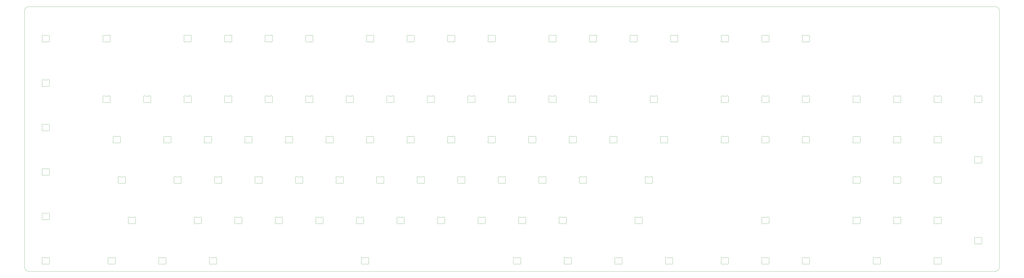
<source format=gbr>
%TF.GenerationSoftware,KiCad,Pcbnew,8.0.2*%
%TF.CreationDate,2024-05-15T22:30:45+02:00*%
%TF.ProjectId,micha_board,6d696368-615f-4626-9f61-72642e6b6963,rev?*%
%TF.SameCoordinates,Original*%
%TF.FileFunction,Profile,NP*%
%FSLAX46Y46*%
G04 Gerber Fmt 4.6, Leading zero omitted, Abs format (unit mm)*
G04 Created by KiCad (PCBNEW 8.0.2) date 2024-05-15 22:30:45*
%MOMM*%
%LPD*%
G01*
G04 APERTURE LIST*
%TA.AperFunction,Profile*%
%ADD10C,0.100000*%
%TD*%
G04 APERTURE END LIST*
D10*
X28114214Y-30114214D02*
G75*
G02*
X30114214Y-28114214I1999999J1D01*
G01*
X30114214Y-152885786D02*
G75*
G02*
X28114214Y-150885786I-1J1999999D01*
G01*
X486285786Y-150885786D02*
G75*
G02*
X484285786Y-152885786I-1999999J-1D01*
G01*
X484285786Y-28114214D02*
G75*
G02*
X486285786Y-30114214I0J-2000000D01*
G01*
X28114214Y-150885786D02*
X28114214Y-30114214D01*
X484285786Y-152885786D02*
X30114214Y-152885786D01*
X486285786Y-30114214D02*
X486285786Y-150885786D01*
X30114214Y-28114214D02*
X484285786Y-28114214D01*
%TO.C,LED110*%
X458899999Y-148657841D02*
X458899999Y-147252157D01*
X456405548Y-149454999D02*
X457994452Y-149454999D01*
X457994453Y-146455000D02*
X456405548Y-146455000D01*
X455500001Y-147252157D02*
X455500001Y-148657841D01*
X458899999Y-147252156D02*
G75*
G02*
X458949484Y-147035279I499990J1D01*
G01*
X458246711Y-146386701D02*
G75*
G02*
X458949483Y-147035279I252258J-431700D01*
G01*
X458949484Y-148874719D02*
G75*
G02*
X458899999Y-148657841I450505J216876D01*
G01*
X458949484Y-148874718D02*
G75*
G02*
X458246711Y-149523298I-450514J-216880D01*
G01*
X457994452Y-149454999D02*
G75*
G02*
X458246711Y-149523298I-2J-500009D01*
G01*
X458246711Y-146386701D02*
G75*
G02*
X457994453Y-146455000I-252261J431710D01*
G01*
X456153290Y-149523298D02*
G75*
G02*
X456405548Y-149455000I252260J-431712D01*
G01*
X456405547Y-146454999D02*
G75*
G02*
X456153289Y-146386700I3J500009D01*
G01*
X455450516Y-147035279D02*
G75*
G02*
X456153289Y-146386700I450514J216879D01*
G01*
X455450516Y-147035279D02*
G75*
G02*
X455500003Y-147252157I-450506J-216881D01*
G01*
X456153289Y-149523296D02*
G75*
G02*
X455450516Y-148874719I-252258J431700D01*
G01*
X455500001Y-148657842D02*
G75*
G02*
X455450500Y-148874711I-500001J42D01*
G01*
%TO.C,LED109*%
X430324999Y-148657841D02*
X430324999Y-147252157D01*
X427830548Y-149454999D02*
X429419452Y-149454999D01*
X429419453Y-146455000D02*
X427830548Y-146455000D01*
X426925001Y-147252157D02*
X426925001Y-148657841D01*
X430324999Y-147252156D02*
G75*
G02*
X430374484Y-147035279I499990J1D01*
G01*
X429671711Y-146386701D02*
G75*
G02*
X430374483Y-147035279I252258J-431700D01*
G01*
X430374484Y-148874719D02*
G75*
G02*
X430324999Y-148657841I450505J216876D01*
G01*
X430374484Y-148874718D02*
G75*
G02*
X429671711Y-149523298I-450514J-216880D01*
G01*
X429419452Y-149454999D02*
G75*
G02*
X429671711Y-149523298I-2J-500009D01*
G01*
X429671711Y-146386701D02*
G75*
G02*
X429419453Y-146455000I-252261J431710D01*
G01*
X427578290Y-149523298D02*
G75*
G02*
X427830548Y-149455000I252260J-431712D01*
G01*
X427830547Y-146454999D02*
G75*
G02*
X427578289Y-146386700I3J500009D01*
G01*
X426875516Y-147035279D02*
G75*
G02*
X427578289Y-146386700I450514J216879D01*
G01*
X426875516Y-147035279D02*
G75*
G02*
X426925003Y-147252157I-450506J-216881D01*
G01*
X427578289Y-149523296D02*
G75*
G02*
X426875516Y-148874719I-252258J431700D01*
G01*
X426925001Y-148657842D02*
G75*
G02*
X426875500Y-148874711I-500001J42D01*
G01*
%TO.C,LED108*%
X396987499Y-148657841D02*
X396987499Y-147252157D01*
X394493048Y-149454999D02*
X396081952Y-149454999D01*
X396081953Y-146455000D02*
X394493048Y-146455000D01*
X393587501Y-147252157D02*
X393587501Y-148657841D01*
X396987499Y-147252156D02*
G75*
G02*
X397036984Y-147035279I499990J1D01*
G01*
X396334211Y-146386701D02*
G75*
G02*
X397036983Y-147035279I252258J-431700D01*
G01*
X397036984Y-148874719D02*
G75*
G02*
X396987499Y-148657841I450505J216876D01*
G01*
X397036984Y-148874718D02*
G75*
G02*
X396334211Y-149523298I-450514J-216880D01*
G01*
X396081952Y-149454999D02*
G75*
G02*
X396334211Y-149523298I-2J-500009D01*
G01*
X396334211Y-146386701D02*
G75*
G02*
X396081953Y-146455000I-252261J431710D01*
G01*
X394240790Y-149523298D02*
G75*
G02*
X394493048Y-149455000I252260J-431712D01*
G01*
X394493047Y-146454999D02*
G75*
G02*
X394240789Y-146386700I3J500009D01*
G01*
X393538016Y-147035279D02*
G75*
G02*
X394240789Y-146386700I450514J216879D01*
G01*
X393538016Y-147035279D02*
G75*
G02*
X393587503Y-147252157I-450506J-216881D01*
G01*
X394240789Y-149523296D02*
G75*
G02*
X393538016Y-148874719I-252258J431700D01*
G01*
X393587501Y-148657842D02*
G75*
G02*
X393538000Y-148874711I-500001J42D01*
G01*
%TO.C,LED107*%
X377937499Y-148657841D02*
X377937499Y-147252157D01*
X375443048Y-149454999D02*
X377031952Y-149454999D01*
X377031953Y-146455000D02*
X375443048Y-146455000D01*
X374537501Y-147252157D02*
X374537501Y-148657841D01*
X377937499Y-147252156D02*
G75*
G02*
X377986984Y-147035279I499990J1D01*
G01*
X377284211Y-146386701D02*
G75*
G02*
X377986983Y-147035279I252258J-431700D01*
G01*
X377986984Y-148874719D02*
G75*
G02*
X377937499Y-148657841I450505J216876D01*
G01*
X377986984Y-148874718D02*
G75*
G02*
X377284211Y-149523298I-450514J-216880D01*
G01*
X377031952Y-149454999D02*
G75*
G02*
X377284211Y-149523298I-2J-500009D01*
G01*
X377284211Y-146386701D02*
G75*
G02*
X377031953Y-146455000I-252261J431710D01*
G01*
X375190790Y-149523298D02*
G75*
G02*
X375443048Y-149455000I252260J-431712D01*
G01*
X375443047Y-146454999D02*
G75*
G02*
X375190789Y-146386700I3J500009D01*
G01*
X374488016Y-147035279D02*
G75*
G02*
X375190789Y-146386700I450514J216879D01*
G01*
X374488016Y-147035279D02*
G75*
G02*
X374537503Y-147252157I-450506J-216881D01*
G01*
X375190789Y-149523296D02*
G75*
G02*
X374488016Y-148874719I-252258J431700D01*
G01*
X374537501Y-148657842D02*
G75*
G02*
X374488000Y-148874711I-500001J42D01*
G01*
%TO.C,LED106*%
X358887499Y-148657841D02*
X358887499Y-147252157D01*
X356393048Y-149454999D02*
X357981952Y-149454999D01*
X357981953Y-146455000D02*
X356393048Y-146455000D01*
X355487501Y-147252157D02*
X355487501Y-148657841D01*
X358887499Y-147252156D02*
G75*
G02*
X358936984Y-147035279I499990J1D01*
G01*
X358234211Y-146386701D02*
G75*
G02*
X358936983Y-147035279I252258J-431700D01*
G01*
X358936984Y-148874719D02*
G75*
G02*
X358887499Y-148657841I450505J216876D01*
G01*
X358936984Y-148874718D02*
G75*
G02*
X358234211Y-149523298I-450514J-216880D01*
G01*
X357981952Y-149454999D02*
G75*
G02*
X358234211Y-149523298I-2J-500009D01*
G01*
X358234211Y-146386701D02*
G75*
G02*
X357981953Y-146455000I-252261J431710D01*
G01*
X356140790Y-149523298D02*
G75*
G02*
X356393048Y-149455000I252260J-431712D01*
G01*
X356393047Y-146454999D02*
G75*
G02*
X356140789Y-146386700I3J500009D01*
G01*
X355438016Y-147035279D02*
G75*
G02*
X356140789Y-146386700I450514J216879D01*
G01*
X355438016Y-147035279D02*
G75*
G02*
X355487503Y-147252157I-450506J-216881D01*
G01*
X356140789Y-149523296D02*
G75*
G02*
X355438016Y-148874719I-252258J431700D01*
G01*
X355487501Y-148657842D02*
G75*
G02*
X355438000Y-148874711I-500001J42D01*
G01*
%TO.C,LED105*%
X332693749Y-148657841D02*
X332693749Y-147252157D01*
X330199298Y-149454999D02*
X331788202Y-149454999D01*
X331788203Y-146455000D02*
X330199298Y-146455000D01*
X329293751Y-147252157D02*
X329293751Y-148657841D01*
X332693749Y-147252156D02*
G75*
G02*
X332743234Y-147035279I499990J1D01*
G01*
X332040461Y-146386701D02*
G75*
G02*
X332743233Y-147035279I252258J-431700D01*
G01*
X332743234Y-148874719D02*
G75*
G02*
X332693749Y-148657841I450505J216876D01*
G01*
X332743234Y-148874718D02*
G75*
G02*
X332040461Y-149523298I-450514J-216880D01*
G01*
X331788202Y-149454999D02*
G75*
G02*
X332040461Y-149523298I-2J-500009D01*
G01*
X332040461Y-146386701D02*
G75*
G02*
X331788203Y-146455000I-252261J431710D01*
G01*
X329947040Y-149523298D02*
G75*
G02*
X330199298Y-149455000I252260J-431712D01*
G01*
X330199297Y-146454999D02*
G75*
G02*
X329947039Y-146386700I3J500009D01*
G01*
X329244266Y-147035279D02*
G75*
G02*
X329947039Y-146386700I450514J216879D01*
G01*
X329244266Y-147035279D02*
G75*
G02*
X329293753Y-147252157I-450506J-216881D01*
G01*
X329947039Y-149523296D02*
G75*
G02*
X329244266Y-148874719I-252258J431700D01*
G01*
X329293751Y-148657842D02*
G75*
G02*
X329244250Y-148874711I-500001J42D01*
G01*
%TO.C,LED104*%
X308881249Y-148657841D02*
X308881249Y-147252157D01*
X306386798Y-149454999D02*
X307975702Y-149454999D01*
X307975703Y-146455000D02*
X306386798Y-146455000D01*
X305481251Y-147252157D02*
X305481251Y-148657841D01*
X308881249Y-147252156D02*
G75*
G02*
X308930734Y-147035279I499990J1D01*
G01*
X308227961Y-146386701D02*
G75*
G02*
X308930733Y-147035279I252258J-431700D01*
G01*
X308930734Y-148874719D02*
G75*
G02*
X308881249Y-148657841I450505J216876D01*
G01*
X308930734Y-148874718D02*
G75*
G02*
X308227961Y-149523298I-450514J-216880D01*
G01*
X307975702Y-149454999D02*
G75*
G02*
X308227961Y-149523298I-2J-500009D01*
G01*
X308227961Y-146386701D02*
G75*
G02*
X307975703Y-146455000I-252261J431710D01*
G01*
X306134540Y-149523298D02*
G75*
G02*
X306386798Y-149455000I252260J-431712D01*
G01*
X306386797Y-146454999D02*
G75*
G02*
X306134539Y-146386700I3J500009D01*
G01*
X305431766Y-147035279D02*
G75*
G02*
X306134539Y-146386700I450514J216879D01*
G01*
X305431766Y-147035279D02*
G75*
G02*
X305481253Y-147252157I-450506J-216881D01*
G01*
X306134539Y-149523296D02*
G75*
G02*
X305431766Y-148874719I-252258J431700D01*
G01*
X305481251Y-148657842D02*
G75*
G02*
X305431750Y-148874711I-500001J42D01*
G01*
%TO.C,LED103*%
X285068749Y-148657841D02*
X285068749Y-147252157D01*
X282574298Y-149454999D02*
X284163202Y-149454999D01*
X284163203Y-146455000D02*
X282574298Y-146455000D01*
X281668751Y-147252157D02*
X281668751Y-148657841D01*
X285068749Y-147252156D02*
G75*
G02*
X285118234Y-147035279I499990J1D01*
G01*
X284415461Y-146386701D02*
G75*
G02*
X285118233Y-147035279I252258J-431700D01*
G01*
X285118234Y-148874719D02*
G75*
G02*
X285068749Y-148657841I450505J216876D01*
G01*
X285118234Y-148874718D02*
G75*
G02*
X284415461Y-149523298I-450514J-216880D01*
G01*
X284163202Y-149454999D02*
G75*
G02*
X284415461Y-149523298I-2J-500009D01*
G01*
X284415461Y-146386701D02*
G75*
G02*
X284163203Y-146455000I-252261J431710D01*
G01*
X282322040Y-149523298D02*
G75*
G02*
X282574298Y-149455000I252260J-431712D01*
G01*
X282574297Y-146454999D02*
G75*
G02*
X282322039Y-146386700I3J500009D01*
G01*
X281619266Y-147035279D02*
G75*
G02*
X282322039Y-146386700I450514J216879D01*
G01*
X281619266Y-147035279D02*
G75*
G02*
X281668753Y-147252157I-450506J-216881D01*
G01*
X282322039Y-149523296D02*
G75*
G02*
X281619266Y-148874719I-252258J431700D01*
G01*
X281668751Y-148657842D02*
G75*
G02*
X281619250Y-148874711I-500001J42D01*
G01*
%TO.C,LED102*%
X261256249Y-148657841D02*
X261256249Y-147252157D01*
X258761798Y-149454999D02*
X260350702Y-149454999D01*
X260350703Y-146455000D02*
X258761798Y-146455000D01*
X257856251Y-147252157D02*
X257856251Y-148657841D01*
X261256249Y-147252156D02*
G75*
G02*
X261305734Y-147035279I499990J1D01*
G01*
X260602961Y-146386701D02*
G75*
G02*
X261305733Y-147035279I252258J-431700D01*
G01*
X261305734Y-148874719D02*
G75*
G02*
X261256249Y-148657841I450505J216876D01*
G01*
X261305734Y-148874718D02*
G75*
G02*
X260602961Y-149523298I-450514J-216880D01*
G01*
X260350702Y-149454999D02*
G75*
G02*
X260602961Y-149523298I-2J-500009D01*
G01*
X260602961Y-146386701D02*
G75*
G02*
X260350703Y-146455000I-252261J431710D01*
G01*
X258509540Y-149523298D02*
G75*
G02*
X258761798Y-149455000I252260J-431712D01*
G01*
X258761797Y-146454999D02*
G75*
G02*
X258509539Y-146386700I3J500009D01*
G01*
X257806766Y-147035279D02*
G75*
G02*
X258509539Y-146386700I450514J216879D01*
G01*
X257806766Y-147035279D02*
G75*
G02*
X257856253Y-147252157I-450506J-216881D01*
G01*
X258509539Y-149523296D02*
G75*
G02*
X257806766Y-148874719I-252258J431700D01*
G01*
X257856251Y-148657842D02*
G75*
G02*
X257806750Y-148874711I-500001J42D01*
G01*
%TO.C,LED101*%
X189818749Y-148657841D02*
X189818749Y-147252157D01*
X187324298Y-149454999D02*
X188913202Y-149454999D01*
X188913203Y-146455000D02*
X187324298Y-146455000D01*
X186418751Y-147252157D02*
X186418751Y-148657841D01*
X189818749Y-147252156D02*
G75*
G02*
X189868234Y-147035279I499990J1D01*
G01*
X189165461Y-146386701D02*
G75*
G02*
X189868233Y-147035279I252258J-431700D01*
G01*
X189868234Y-148874719D02*
G75*
G02*
X189818749Y-148657841I450505J216876D01*
G01*
X189868234Y-148874718D02*
G75*
G02*
X189165461Y-149523298I-450514J-216880D01*
G01*
X188913202Y-149454999D02*
G75*
G02*
X189165461Y-149523298I-2J-500009D01*
G01*
X189165461Y-146386701D02*
G75*
G02*
X188913203Y-146455000I-252261J431710D01*
G01*
X187072040Y-149523298D02*
G75*
G02*
X187324298Y-149455000I252260J-431712D01*
G01*
X187324297Y-146454999D02*
G75*
G02*
X187072039Y-146386700I3J500009D01*
G01*
X186369266Y-147035279D02*
G75*
G02*
X187072039Y-146386700I450514J216879D01*
G01*
X186369266Y-147035279D02*
G75*
G02*
X186418753Y-147252157I-450506J-216881D01*
G01*
X187072039Y-149523296D02*
G75*
G02*
X186369266Y-148874719I-252258J431700D01*
G01*
X186418751Y-148657842D02*
G75*
G02*
X186369250Y-148874711I-500001J42D01*
G01*
%TO.C,LED100*%
X118381249Y-148657841D02*
X118381249Y-147252157D01*
X115886798Y-149454999D02*
X117475702Y-149454999D01*
X117475703Y-146455000D02*
X115886798Y-146455000D01*
X114981251Y-147252157D02*
X114981251Y-148657841D01*
X118381249Y-147252156D02*
G75*
G02*
X118430734Y-147035279I499990J1D01*
G01*
X117727961Y-146386701D02*
G75*
G02*
X118430733Y-147035279I252258J-431700D01*
G01*
X118430734Y-148874719D02*
G75*
G02*
X118381249Y-148657841I450505J216876D01*
G01*
X118430734Y-148874718D02*
G75*
G02*
X117727961Y-149523298I-450514J-216880D01*
G01*
X117475702Y-149454999D02*
G75*
G02*
X117727961Y-149523298I-2J-500009D01*
G01*
X117727961Y-146386701D02*
G75*
G02*
X117475703Y-146455000I-252261J431710D01*
G01*
X115634540Y-149523298D02*
G75*
G02*
X115886798Y-149455000I252260J-431712D01*
G01*
X115886797Y-146454999D02*
G75*
G02*
X115634539Y-146386700I3J500009D01*
G01*
X114931766Y-147035279D02*
G75*
G02*
X115634539Y-146386700I450514J216879D01*
G01*
X114931766Y-147035279D02*
G75*
G02*
X114981253Y-147252157I-450506J-216881D01*
G01*
X115634539Y-149523296D02*
G75*
G02*
X114931766Y-148874719I-252258J431700D01*
G01*
X114981251Y-148657842D02*
G75*
G02*
X114931750Y-148874711I-500001J42D01*
G01*
%TO.C,LED99*%
X94568749Y-148657841D02*
X94568749Y-147252157D01*
X92074298Y-149454999D02*
X93663202Y-149454999D01*
X93663203Y-146455000D02*
X92074298Y-146455000D01*
X91168751Y-147252157D02*
X91168751Y-148657841D01*
X94568749Y-147252156D02*
G75*
G02*
X94618234Y-147035279I499990J1D01*
G01*
X93915461Y-146386701D02*
G75*
G02*
X94618233Y-147035279I252258J-431700D01*
G01*
X94618234Y-148874719D02*
G75*
G02*
X94568749Y-148657841I450505J216876D01*
G01*
X94618234Y-148874718D02*
G75*
G02*
X93915461Y-149523298I-450514J-216880D01*
G01*
X93663202Y-149454999D02*
G75*
G02*
X93915461Y-149523298I-2J-500009D01*
G01*
X93915461Y-146386701D02*
G75*
G02*
X93663203Y-146455000I-252261J431710D01*
G01*
X91822040Y-149523298D02*
G75*
G02*
X92074298Y-149455000I252260J-431712D01*
G01*
X92074297Y-146454999D02*
G75*
G02*
X91822039Y-146386700I3J500009D01*
G01*
X91119266Y-147035279D02*
G75*
G02*
X91822039Y-146386700I450514J216879D01*
G01*
X91119266Y-147035279D02*
G75*
G02*
X91168753Y-147252157I-450506J-216881D01*
G01*
X91822039Y-149523296D02*
G75*
G02*
X91119266Y-148874719I-252258J431700D01*
G01*
X91168751Y-148657842D02*
G75*
G02*
X91119250Y-148874711I-500001J42D01*
G01*
%TO.C,LED98*%
X70756249Y-148657841D02*
X70756249Y-147252157D01*
X68261798Y-149454999D02*
X69850702Y-149454999D01*
X69850703Y-146455000D02*
X68261798Y-146455000D01*
X67356251Y-147252157D02*
X67356251Y-148657841D01*
X70756249Y-147252156D02*
G75*
G02*
X70805734Y-147035279I499990J1D01*
G01*
X70102961Y-146386701D02*
G75*
G02*
X70805733Y-147035279I252258J-431700D01*
G01*
X70805734Y-148874719D02*
G75*
G02*
X70756249Y-148657841I450505J216876D01*
G01*
X70805734Y-148874718D02*
G75*
G02*
X70102961Y-149523298I-450514J-216880D01*
G01*
X69850702Y-149454999D02*
G75*
G02*
X70102961Y-149523298I-2J-500009D01*
G01*
X70102961Y-146386701D02*
G75*
G02*
X69850703Y-146455000I-252261J431710D01*
G01*
X68009540Y-149523298D02*
G75*
G02*
X68261798Y-149455000I252260J-431712D01*
G01*
X68261797Y-146454999D02*
G75*
G02*
X68009539Y-146386700I3J500009D01*
G01*
X67306766Y-147035279D02*
G75*
G02*
X68009539Y-146386700I450514J216879D01*
G01*
X67306766Y-147035279D02*
G75*
G02*
X67356253Y-147252157I-450506J-216881D01*
G01*
X68009539Y-149523296D02*
G75*
G02*
X67306766Y-148874719I-252258J431700D01*
G01*
X67356251Y-148657842D02*
G75*
G02*
X67306750Y-148874711I-500001J42D01*
G01*
%TO.C,LED97*%
X39799999Y-148657841D02*
X39799999Y-147252157D01*
X37305548Y-149454999D02*
X38894452Y-149454999D01*
X38894453Y-146455000D02*
X37305548Y-146455000D01*
X36400001Y-147252157D02*
X36400001Y-148657841D01*
X39799999Y-147252156D02*
G75*
G02*
X39849484Y-147035279I499990J1D01*
G01*
X39146711Y-146386701D02*
G75*
G02*
X39849483Y-147035279I252258J-431700D01*
G01*
X39849484Y-148874719D02*
G75*
G02*
X39799999Y-148657841I450505J216876D01*
G01*
X39849484Y-148874718D02*
G75*
G02*
X39146711Y-149523298I-450514J-216880D01*
G01*
X38894452Y-149454999D02*
G75*
G02*
X39146711Y-149523298I-2J-500009D01*
G01*
X39146711Y-146386701D02*
G75*
G02*
X38894453Y-146455000I-252261J431710D01*
G01*
X37053290Y-149523298D02*
G75*
G02*
X37305548Y-149455000I252260J-431712D01*
G01*
X37305547Y-146454999D02*
G75*
G02*
X37053289Y-146386700I3J500009D01*
G01*
X36350516Y-147035279D02*
G75*
G02*
X37053289Y-146386700I450514J216879D01*
G01*
X36350516Y-147035279D02*
G75*
G02*
X36400003Y-147252157I-450506J-216881D01*
G01*
X37053289Y-149523296D02*
G75*
G02*
X36350516Y-148874719I-252258J431700D01*
G01*
X36400001Y-148657842D02*
G75*
G02*
X36350500Y-148874711I-500001J42D01*
G01*
%TO.C,LED96*%
X477949999Y-139132841D02*
X477949999Y-137727157D01*
X475455548Y-139929999D02*
X477044452Y-139929999D01*
X477044453Y-136930000D02*
X475455548Y-136930000D01*
X474550001Y-137727157D02*
X474550001Y-139132841D01*
X477949999Y-137727156D02*
G75*
G02*
X477999484Y-137510279I499990J1D01*
G01*
X477296711Y-136861701D02*
G75*
G02*
X477999483Y-137510279I252258J-431700D01*
G01*
X477999484Y-139349719D02*
G75*
G02*
X477949999Y-139132841I450505J216876D01*
G01*
X477999484Y-139349718D02*
G75*
G02*
X477296711Y-139998298I-450514J-216880D01*
G01*
X477044452Y-139929999D02*
G75*
G02*
X477296711Y-139998298I-2J-500009D01*
G01*
X477296711Y-136861701D02*
G75*
G02*
X477044453Y-136930000I-252261J431710D01*
G01*
X475203290Y-139998298D02*
G75*
G02*
X475455548Y-139930000I252260J-431712D01*
G01*
X475455547Y-136929999D02*
G75*
G02*
X475203289Y-136861700I3J500009D01*
G01*
X474500516Y-137510279D02*
G75*
G02*
X475203289Y-136861700I450514J216879D01*
G01*
X474500516Y-137510279D02*
G75*
G02*
X474550003Y-137727157I-450506J-216881D01*
G01*
X475203289Y-139998296D02*
G75*
G02*
X474500516Y-139349719I-252258J431700D01*
G01*
X474550001Y-139132842D02*
G75*
G02*
X474500500Y-139349711I-500001J42D01*
G01*
%TO.C,LED95*%
X458899999Y-129607841D02*
X458899999Y-128202157D01*
X456405548Y-130404999D02*
X457994452Y-130404999D01*
X457994453Y-127405000D02*
X456405548Y-127405000D01*
X455500001Y-128202157D02*
X455500001Y-129607841D01*
X458899999Y-128202156D02*
G75*
G02*
X458949484Y-127985279I499990J1D01*
G01*
X458246711Y-127336701D02*
G75*
G02*
X458949483Y-127985279I252258J-431700D01*
G01*
X458949484Y-129824719D02*
G75*
G02*
X458899999Y-129607841I450505J216876D01*
G01*
X458949484Y-129824718D02*
G75*
G02*
X458246711Y-130473298I-450514J-216880D01*
G01*
X457994452Y-130404999D02*
G75*
G02*
X458246711Y-130473298I-2J-500009D01*
G01*
X458246711Y-127336701D02*
G75*
G02*
X457994453Y-127405000I-252261J431710D01*
G01*
X456153290Y-130473298D02*
G75*
G02*
X456405548Y-130405000I252260J-431712D01*
G01*
X456405547Y-127404999D02*
G75*
G02*
X456153289Y-127336700I3J500009D01*
G01*
X455450516Y-127985279D02*
G75*
G02*
X456153289Y-127336700I450514J216879D01*
G01*
X455450516Y-127985279D02*
G75*
G02*
X455500003Y-128202157I-450506J-216881D01*
G01*
X456153289Y-130473296D02*
G75*
G02*
X455450516Y-129824719I-252258J431700D01*
G01*
X455500001Y-129607842D02*
G75*
G02*
X455450500Y-129824711I-500001J42D01*
G01*
%TO.C,LED94*%
X439849999Y-129607841D02*
X439849999Y-128202157D01*
X437355548Y-130404999D02*
X438944452Y-130404999D01*
X438944453Y-127405000D02*
X437355548Y-127405000D01*
X436450001Y-128202157D02*
X436450001Y-129607841D01*
X439849999Y-128202156D02*
G75*
G02*
X439899484Y-127985279I499990J1D01*
G01*
X439196711Y-127336701D02*
G75*
G02*
X439899483Y-127985279I252258J-431700D01*
G01*
X439899484Y-129824719D02*
G75*
G02*
X439849999Y-129607841I450505J216876D01*
G01*
X439899484Y-129824718D02*
G75*
G02*
X439196711Y-130473298I-450514J-216880D01*
G01*
X438944452Y-130404999D02*
G75*
G02*
X439196711Y-130473298I-2J-500009D01*
G01*
X439196711Y-127336701D02*
G75*
G02*
X438944453Y-127405000I-252261J431710D01*
G01*
X437103290Y-130473298D02*
G75*
G02*
X437355548Y-130405000I252260J-431712D01*
G01*
X437355547Y-127404999D02*
G75*
G02*
X437103289Y-127336700I3J500009D01*
G01*
X436400516Y-127985279D02*
G75*
G02*
X437103289Y-127336700I450514J216879D01*
G01*
X436400516Y-127985279D02*
G75*
G02*
X436450003Y-128202157I-450506J-216881D01*
G01*
X437103289Y-130473296D02*
G75*
G02*
X436400516Y-129824719I-252258J431700D01*
G01*
X436450001Y-129607842D02*
G75*
G02*
X436400500Y-129824711I-500001J42D01*
G01*
%TO.C,LED93*%
X420799999Y-129607841D02*
X420799999Y-128202157D01*
X418305548Y-130404999D02*
X419894452Y-130404999D01*
X419894453Y-127405000D02*
X418305548Y-127405000D01*
X417400001Y-128202157D02*
X417400001Y-129607841D01*
X420799999Y-128202156D02*
G75*
G02*
X420849484Y-127985279I499990J1D01*
G01*
X420146711Y-127336701D02*
G75*
G02*
X420849483Y-127985279I252258J-431700D01*
G01*
X420849484Y-129824719D02*
G75*
G02*
X420799999Y-129607841I450505J216876D01*
G01*
X420849484Y-129824718D02*
G75*
G02*
X420146711Y-130473298I-450514J-216880D01*
G01*
X419894452Y-130404999D02*
G75*
G02*
X420146711Y-130473298I-2J-500009D01*
G01*
X420146711Y-127336701D02*
G75*
G02*
X419894453Y-127405000I-252261J431710D01*
G01*
X418053290Y-130473298D02*
G75*
G02*
X418305548Y-130405000I252260J-431712D01*
G01*
X418305547Y-127404999D02*
G75*
G02*
X418053289Y-127336700I3J500009D01*
G01*
X417350516Y-127985279D02*
G75*
G02*
X418053289Y-127336700I450514J216879D01*
G01*
X417350516Y-127985279D02*
G75*
G02*
X417400003Y-128202157I-450506J-216881D01*
G01*
X418053289Y-130473296D02*
G75*
G02*
X417350516Y-129824719I-252258J431700D01*
G01*
X417400001Y-129607842D02*
G75*
G02*
X417350500Y-129824711I-500001J42D01*
G01*
%TO.C,LED92*%
X377937499Y-129607841D02*
X377937499Y-128202157D01*
X375443048Y-130404999D02*
X377031952Y-130404999D01*
X377031953Y-127405000D02*
X375443048Y-127405000D01*
X374537501Y-128202157D02*
X374537501Y-129607841D01*
X377937499Y-128202156D02*
G75*
G02*
X377986984Y-127985279I499990J1D01*
G01*
X377284211Y-127336701D02*
G75*
G02*
X377986983Y-127985279I252258J-431700D01*
G01*
X377986984Y-129824719D02*
G75*
G02*
X377937499Y-129607841I450505J216876D01*
G01*
X377986984Y-129824718D02*
G75*
G02*
X377284211Y-130473298I-450514J-216880D01*
G01*
X377031952Y-130404999D02*
G75*
G02*
X377284211Y-130473298I-2J-500009D01*
G01*
X377284211Y-127336701D02*
G75*
G02*
X377031953Y-127405000I-252261J431710D01*
G01*
X375190790Y-130473298D02*
G75*
G02*
X375443048Y-130405000I252260J-431712D01*
G01*
X375443047Y-127404999D02*
G75*
G02*
X375190789Y-127336700I3J500009D01*
G01*
X374488016Y-127985279D02*
G75*
G02*
X375190789Y-127336700I450514J216879D01*
G01*
X374488016Y-127985279D02*
G75*
G02*
X374537503Y-128202157I-450506J-216881D01*
G01*
X375190789Y-130473296D02*
G75*
G02*
X374488016Y-129824719I-252258J431700D01*
G01*
X374537501Y-129607842D02*
G75*
G02*
X374488000Y-129824711I-500001J42D01*
G01*
%TO.C,LED91*%
X318406249Y-129607841D02*
X318406249Y-128202157D01*
X315911798Y-130404999D02*
X317500702Y-130404999D01*
X317500703Y-127405000D02*
X315911798Y-127405000D01*
X315006251Y-128202157D02*
X315006251Y-129607841D01*
X318406249Y-128202156D02*
G75*
G02*
X318455734Y-127985279I499990J1D01*
G01*
X317752961Y-127336701D02*
G75*
G02*
X318455733Y-127985279I252258J-431700D01*
G01*
X318455734Y-129824719D02*
G75*
G02*
X318406249Y-129607841I450505J216876D01*
G01*
X318455734Y-129824718D02*
G75*
G02*
X317752961Y-130473298I-450514J-216880D01*
G01*
X317500702Y-130404999D02*
G75*
G02*
X317752961Y-130473298I-2J-500009D01*
G01*
X317752961Y-127336701D02*
G75*
G02*
X317500703Y-127405000I-252261J431710D01*
G01*
X315659540Y-130473298D02*
G75*
G02*
X315911798Y-130405000I252260J-431712D01*
G01*
X315911797Y-127404999D02*
G75*
G02*
X315659539Y-127336700I3J500009D01*
G01*
X314956766Y-127985279D02*
G75*
G02*
X315659539Y-127336700I450514J216879D01*
G01*
X314956766Y-127985279D02*
G75*
G02*
X315006253Y-128202157I-450506J-216881D01*
G01*
X315659539Y-130473296D02*
G75*
G02*
X314956766Y-129824719I-252258J431700D01*
G01*
X315006251Y-129607842D02*
G75*
G02*
X314956750Y-129824711I-500001J42D01*
G01*
%TO.C,LED90*%
X282687499Y-129607841D02*
X282687499Y-128202157D01*
X280193048Y-130404999D02*
X281781952Y-130404999D01*
X281781953Y-127405000D02*
X280193048Y-127405000D01*
X279287501Y-128202157D02*
X279287501Y-129607841D01*
X282687499Y-128202156D02*
G75*
G02*
X282736984Y-127985279I499990J1D01*
G01*
X282034211Y-127336701D02*
G75*
G02*
X282736983Y-127985279I252258J-431700D01*
G01*
X282736984Y-129824719D02*
G75*
G02*
X282687499Y-129607841I450505J216876D01*
G01*
X282736984Y-129824718D02*
G75*
G02*
X282034211Y-130473298I-450514J-216880D01*
G01*
X281781952Y-130404999D02*
G75*
G02*
X282034211Y-130473298I-2J-500009D01*
G01*
X282034211Y-127336701D02*
G75*
G02*
X281781953Y-127405000I-252261J431710D01*
G01*
X279940790Y-130473298D02*
G75*
G02*
X280193048Y-130405000I252260J-431712D01*
G01*
X280193047Y-127404999D02*
G75*
G02*
X279940789Y-127336700I3J500009D01*
G01*
X279238016Y-127985279D02*
G75*
G02*
X279940789Y-127336700I450514J216879D01*
G01*
X279238016Y-127985279D02*
G75*
G02*
X279287503Y-128202157I-450506J-216881D01*
G01*
X279940789Y-130473296D02*
G75*
G02*
X279238016Y-129824719I-252258J431700D01*
G01*
X279287501Y-129607842D02*
G75*
G02*
X279238000Y-129824711I-500001J42D01*
G01*
%TO.C,LED89*%
X263637499Y-129607841D02*
X263637499Y-128202157D01*
X261143048Y-130404999D02*
X262731952Y-130404999D01*
X262731953Y-127405000D02*
X261143048Y-127405000D01*
X260237501Y-128202157D02*
X260237501Y-129607841D01*
X263637499Y-128202156D02*
G75*
G02*
X263686984Y-127985279I499990J1D01*
G01*
X262984211Y-127336701D02*
G75*
G02*
X263686983Y-127985279I252258J-431700D01*
G01*
X263686984Y-129824719D02*
G75*
G02*
X263637499Y-129607841I450505J216876D01*
G01*
X263686984Y-129824718D02*
G75*
G02*
X262984211Y-130473298I-450514J-216880D01*
G01*
X262731952Y-130404999D02*
G75*
G02*
X262984211Y-130473298I-2J-500009D01*
G01*
X262984211Y-127336701D02*
G75*
G02*
X262731953Y-127405000I-252261J431710D01*
G01*
X260890790Y-130473298D02*
G75*
G02*
X261143048Y-130405000I252260J-431712D01*
G01*
X261143047Y-127404999D02*
G75*
G02*
X260890789Y-127336700I3J500009D01*
G01*
X260188016Y-127985279D02*
G75*
G02*
X260890789Y-127336700I450514J216879D01*
G01*
X260188016Y-127985279D02*
G75*
G02*
X260237503Y-128202157I-450506J-216881D01*
G01*
X260890789Y-130473296D02*
G75*
G02*
X260188016Y-129824719I-252258J431700D01*
G01*
X260237501Y-129607842D02*
G75*
G02*
X260188000Y-129824711I-500001J42D01*
G01*
%TO.C,LED88*%
X244587499Y-129607841D02*
X244587499Y-128202157D01*
X242093048Y-130404999D02*
X243681952Y-130404999D01*
X243681953Y-127405000D02*
X242093048Y-127405000D01*
X241187501Y-128202157D02*
X241187501Y-129607841D01*
X244587499Y-128202156D02*
G75*
G02*
X244636984Y-127985279I499990J1D01*
G01*
X243934211Y-127336701D02*
G75*
G02*
X244636983Y-127985279I252258J-431700D01*
G01*
X244636984Y-129824719D02*
G75*
G02*
X244587499Y-129607841I450505J216876D01*
G01*
X244636984Y-129824718D02*
G75*
G02*
X243934211Y-130473298I-450514J-216880D01*
G01*
X243681952Y-130404999D02*
G75*
G02*
X243934211Y-130473298I-2J-500009D01*
G01*
X243934211Y-127336701D02*
G75*
G02*
X243681953Y-127405000I-252261J431710D01*
G01*
X241840790Y-130473298D02*
G75*
G02*
X242093048Y-130405000I252260J-431712D01*
G01*
X242093047Y-127404999D02*
G75*
G02*
X241840789Y-127336700I3J500009D01*
G01*
X241138016Y-127985279D02*
G75*
G02*
X241840789Y-127336700I450514J216879D01*
G01*
X241138016Y-127985279D02*
G75*
G02*
X241187503Y-128202157I-450506J-216881D01*
G01*
X241840789Y-130473296D02*
G75*
G02*
X241138016Y-129824719I-252258J431700D01*
G01*
X241187501Y-129607842D02*
G75*
G02*
X241138000Y-129824711I-500001J42D01*
G01*
%TO.C,LED87*%
X225537499Y-129607841D02*
X225537499Y-128202157D01*
X223043048Y-130404999D02*
X224631952Y-130404999D01*
X224631953Y-127405000D02*
X223043048Y-127405000D01*
X222137501Y-128202157D02*
X222137501Y-129607841D01*
X225537499Y-128202156D02*
G75*
G02*
X225586984Y-127985279I499990J1D01*
G01*
X224884211Y-127336701D02*
G75*
G02*
X225586983Y-127985279I252258J-431700D01*
G01*
X225586984Y-129824719D02*
G75*
G02*
X225537499Y-129607841I450505J216876D01*
G01*
X225586984Y-129824718D02*
G75*
G02*
X224884211Y-130473298I-450514J-216880D01*
G01*
X224631952Y-130404999D02*
G75*
G02*
X224884211Y-130473298I-2J-500009D01*
G01*
X224884211Y-127336701D02*
G75*
G02*
X224631953Y-127405000I-252261J431710D01*
G01*
X222790790Y-130473298D02*
G75*
G02*
X223043048Y-130405000I252260J-431712D01*
G01*
X223043047Y-127404999D02*
G75*
G02*
X222790789Y-127336700I3J500009D01*
G01*
X222088016Y-127985279D02*
G75*
G02*
X222790789Y-127336700I450514J216879D01*
G01*
X222088016Y-127985279D02*
G75*
G02*
X222137503Y-128202157I-450506J-216881D01*
G01*
X222790789Y-130473296D02*
G75*
G02*
X222088016Y-129824719I-252258J431700D01*
G01*
X222137501Y-129607842D02*
G75*
G02*
X222088000Y-129824711I-500001J42D01*
G01*
%TO.C,LED86*%
X206487499Y-129607841D02*
X206487499Y-128202157D01*
X203993048Y-130404999D02*
X205581952Y-130404999D01*
X205581953Y-127405000D02*
X203993048Y-127405000D01*
X203087501Y-128202157D02*
X203087501Y-129607841D01*
X206487499Y-128202156D02*
G75*
G02*
X206536984Y-127985279I499990J1D01*
G01*
X205834211Y-127336701D02*
G75*
G02*
X206536983Y-127985279I252258J-431700D01*
G01*
X206536984Y-129824719D02*
G75*
G02*
X206487499Y-129607841I450505J216876D01*
G01*
X206536984Y-129824718D02*
G75*
G02*
X205834211Y-130473298I-450514J-216880D01*
G01*
X205581952Y-130404999D02*
G75*
G02*
X205834211Y-130473298I-2J-500009D01*
G01*
X205834211Y-127336701D02*
G75*
G02*
X205581953Y-127405000I-252261J431710D01*
G01*
X203740790Y-130473298D02*
G75*
G02*
X203993048Y-130405000I252260J-431712D01*
G01*
X203993047Y-127404999D02*
G75*
G02*
X203740789Y-127336700I3J500009D01*
G01*
X203038016Y-127985279D02*
G75*
G02*
X203740789Y-127336700I450514J216879D01*
G01*
X203038016Y-127985279D02*
G75*
G02*
X203087503Y-128202157I-450506J-216881D01*
G01*
X203740789Y-130473296D02*
G75*
G02*
X203038016Y-129824719I-252258J431700D01*
G01*
X203087501Y-129607842D02*
G75*
G02*
X203038000Y-129824711I-500001J42D01*
G01*
%TO.C,LED85*%
X187437499Y-129607841D02*
X187437499Y-128202157D01*
X184943048Y-130404999D02*
X186531952Y-130404999D01*
X186531953Y-127405000D02*
X184943048Y-127405000D01*
X184037501Y-128202157D02*
X184037501Y-129607841D01*
X187437499Y-128202156D02*
G75*
G02*
X187486984Y-127985279I499990J1D01*
G01*
X186784211Y-127336701D02*
G75*
G02*
X187486983Y-127985279I252258J-431700D01*
G01*
X187486984Y-129824719D02*
G75*
G02*
X187437499Y-129607841I450505J216876D01*
G01*
X187486984Y-129824718D02*
G75*
G02*
X186784211Y-130473298I-450514J-216880D01*
G01*
X186531952Y-130404999D02*
G75*
G02*
X186784211Y-130473298I-2J-500009D01*
G01*
X186784211Y-127336701D02*
G75*
G02*
X186531953Y-127405000I-252261J431710D01*
G01*
X184690790Y-130473298D02*
G75*
G02*
X184943048Y-130405000I252260J-431712D01*
G01*
X184943047Y-127404999D02*
G75*
G02*
X184690789Y-127336700I3J500009D01*
G01*
X183988016Y-127985279D02*
G75*
G02*
X184690789Y-127336700I450514J216879D01*
G01*
X183988016Y-127985279D02*
G75*
G02*
X184037503Y-128202157I-450506J-216881D01*
G01*
X184690789Y-130473296D02*
G75*
G02*
X183988016Y-129824719I-252258J431700D01*
G01*
X184037501Y-129607842D02*
G75*
G02*
X183988000Y-129824711I-500001J42D01*
G01*
%TO.C,LED84*%
X168387499Y-129607841D02*
X168387499Y-128202157D01*
X165893048Y-130404999D02*
X167481952Y-130404999D01*
X167481953Y-127405000D02*
X165893048Y-127405000D01*
X164987501Y-128202157D02*
X164987501Y-129607841D01*
X168387499Y-128202156D02*
G75*
G02*
X168436984Y-127985279I499990J1D01*
G01*
X167734211Y-127336701D02*
G75*
G02*
X168436983Y-127985279I252258J-431700D01*
G01*
X168436984Y-129824719D02*
G75*
G02*
X168387499Y-129607841I450505J216876D01*
G01*
X168436984Y-129824718D02*
G75*
G02*
X167734211Y-130473298I-450514J-216880D01*
G01*
X167481952Y-130404999D02*
G75*
G02*
X167734211Y-130473298I-2J-500009D01*
G01*
X167734211Y-127336701D02*
G75*
G02*
X167481953Y-127405000I-252261J431710D01*
G01*
X165640790Y-130473298D02*
G75*
G02*
X165893048Y-130405000I252260J-431712D01*
G01*
X165893047Y-127404999D02*
G75*
G02*
X165640789Y-127336700I3J500009D01*
G01*
X164938016Y-127985279D02*
G75*
G02*
X165640789Y-127336700I450514J216879D01*
G01*
X164938016Y-127985279D02*
G75*
G02*
X164987503Y-128202157I-450506J-216881D01*
G01*
X165640789Y-130473296D02*
G75*
G02*
X164938016Y-129824719I-252258J431700D01*
G01*
X164987501Y-129607842D02*
G75*
G02*
X164938000Y-129824711I-500001J42D01*
G01*
%TO.C,LED83*%
X149337499Y-129607841D02*
X149337499Y-128202157D01*
X146843048Y-130404999D02*
X148431952Y-130404999D01*
X148431953Y-127405000D02*
X146843048Y-127405000D01*
X145937501Y-128202157D02*
X145937501Y-129607841D01*
X149337499Y-128202156D02*
G75*
G02*
X149386984Y-127985279I499990J1D01*
G01*
X148684211Y-127336701D02*
G75*
G02*
X149386983Y-127985279I252258J-431700D01*
G01*
X149386984Y-129824719D02*
G75*
G02*
X149337499Y-129607841I450505J216876D01*
G01*
X149386984Y-129824718D02*
G75*
G02*
X148684211Y-130473298I-450514J-216880D01*
G01*
X148431952Y-130404999D02*
G75*
G02*
X148684211Y-130473298I-2J-500009D01*
G01*
X148684211Y-127336701D02*
G75*
G02*
X148431953Y-127405000I-252261J431710D01*
G01*
X146590790Y-130473298D02*
G75*
G02*
X146843048Y-130405000I252260J-431712D01*
G01*
X146843047Y-127404999D02*
G75*
G02*
X146590789Y-127336700I3J500009D01*
G01*
X145888016Y-127985279D02*
G75*
G02*
X146590789Y-127336700I450514J216879D01*
G01*
X145888016Y-127985279D02*
G75*
G02*
X145937503Y-128202157I-450506J-216881D01*
G01*
X146590789Y-130473296D02*
G75*
G02*
X145888016Y-129824719I-252258J431700D01*
G01*
X145937501Y-129607842D02*
G75*
G02*
X145888000Y-129824711I-500001J42D01*
G01*
%TO.C,LED82*%
X130287499Y-129607841D02*
X130287499Y-128202157D01*
X127793048Y-130404999D02*
X129381952Y-130404999D01*
X129381953Y-127405000D02*
X127793048Y-127405000D01*
X126887501Y-128202157D02*
X126887501Y-129607841D01*
X130287499Y-128202156D02*
G75*
G02*
X130336984Y-127985279I499990J1D01*
G01*
X129634211Y-127336701D02*
G75*
G02*
X130336983Y-127985279I252258J-431700D01*
G01*
X130336984Y-129824719D02*
G75*
G02*
X130287499Y-129607841I450505J216876D01*
G01*
X130336984Y-129824718D02*
G75*
G02*
X129634211Y-130473298I-450514J-216880D01*
G01*
X129381952Y-130404999D02*
G75*
G02*
X129634211Y-130473298I-2J-500009D01*
G01*
X129634211Y-127336701D02*
G75*
G02*
X129381953Y-127405000I-252261J431710D01*
G01*
X127540790Y-130473298D02*
G75*
G02*
X127793048Y-130405000I252260J-431712D01*
G01*
X127793047Y-127404999D02*
G75*
G02*
X127540789Y-127336700I3J500009D01*
G01*
X126838016Y-127985279D02*
G75*
G02*
X127540789Y-127336700I450514J216879D01*
G01*
X126838016Y-127985279D02*
G75*
G02*
X126887503Y-128202157I-450506J-216881D01*
G01*
X127540789Y-130473296D02*
G75*
G02*
X126838016Y-129824719I-252258J431700D01*
G01*
X126887501Y-129607842D02*
G75*
G02*
X126838000Y-129824711I-500001J42D01*
G01*
%TO.C,LED81*%
X111237499Y-129607841D02*
X111237499Y-128202157D01*
X108743048Y-130404999D02*
X110331952Y-130404999D01*
X110331953Y-127405000D02*
X108743048Y-127405000D01*
X107837501Y-128202157D02*
X107837501Y-129607841D01*
X111237499Y-128202156D02*
G75*
G02*
X111286984Y-127985279I499990J1D01*
G01*
X110584211Y-127336701D02*
G75*
G02*
X111286983Y-127985279I252258J-431700D01*
G01*
X111286984Y-129824719D02*
G75*
G02*
X111237499Y-129607841I450505J216876D01*
G01*
X111286984Y-129824718D02*
G75*
G02*
X110584211Y-130473298I-450514J-216880D01*
G01*
X110331952Y-130404999D02*
G75*
G02*
X110584211Y-130473298I-2J-500009D01*
G01*
X110584211Y-127336701D02*
G75*
G02*
X110331953Y-127405000I-252261J431710D01*
G01*
X108490790Y-130473298D02*
G75*
G02*
X108743048Y-130405000I252260J-431712D01*
G01*
X108743047Y-127404999D02*
G75*
G02*
X108490789Y-127336700I3J500009D01*
G01*
X107788016Y-127985279D02*
G75*
G02*
X108490789Y-127336700I450514J216879D01*
G01*
X107788016Y-127985279D02*
G75*
G02*
X107837503Y-128202157I-450506J-216881D01*
G01*
X108490789Y-130473296D02*
G75*
G02*
X107788016Y-129824719I-252258J431700D01*
G01*
X107837501Y-129607842D02*
G75*
G02*
X107788000Y-129824711I-500001J42D01*
G01*
%TO.C,LED80*%
X80281249Y-129607841D02*
X80281249Y-128202157D01*
X77786798Y-130404999D02*
X79375702Y-130404999D01*
X79375703Y-127405000D02*
X77786798Y-127405000D01*
X76881251Y-128202157D02*
X76881251Y-129607841D01*
X80281249Y-128202156D02*
G75*
G02*
X80330734Y-127985279I499990J1D01*
G01*
X79627961Y-127336701D02*
G75*
G02*
X80330733Y-127985279I252258J-431700D01*
G01*
X80330734Y-129824719D02*
G75*
G02*
X80281249Y-129607841I450505J216876D01*
G01*
X80330734Y-129824718D02*
G75*
G02*
X79627961Y-130473298I-450514J-216880D01*
G01*
X79375702Y-130404999D02*
G75*
G02*
X79627961Y-130473298I-2J-500009D01*
G01*
X79627961Y-127336701D02*
G75*
G02*
X79375703Y-127405000I-252261J431710D01*
G01*
X77534540Y-130473298D02*
G75*
G02*
X77786798Y-130405000I252260J-431712D01*
G01*
X77786797Y-127404999D02*
G75*
G02*
X77534539Y-127336700I3J500009D01*
G01*
X76831766Y-127985279D02*
G75*
G02*
X77534539Y-127336700I450514J216879D01*
G01*
X76831766Y-127985279D02*
G75*
G02*
X76881253Y-128202157I-450506J-216881D01*
G01*
X77534539Y-130473296D02*
G75*
G02*
X76831766Y-129824719I-252258J431700D01*
G01*
X76881251Y-129607842D02*
G75*
G02*
X76831750Y-129824711I-500001J42D01*
G01*
%TO.C,LED79*%
X39799999Y-127702841D02*
X39799999Y-126297157D01*
X37305548Y-128499999D02*
X38894452Y-128499999D01*
X38894453Y-125500000D02*
X37305548Y-125500000D01*
X36400001Y-126297157D02*
X36400001Y-127702841D01*
X39799999Y-126297156D02*
G75*
G02*
X39849484Y-126080279I499990J1D01*
G01*
X39146711Y-125431701D02*
G75*
G02*
X39849483Y-126080279I252258J-431700D01*
G01*
X39849484Y-127919719D02*
G75*
G02*
X39799999Y-127702841I450505J216876D01*
G01*
X39849484Y-127919718D02*
G75*
G02*
X39146711Y-128568298I-450514J-216880D01*
G01*
X38894452Y-128499999D02*
G75*
G02*
X39146711Y-128568298I-2J-500009D01*
G01*
X39146711Y-125431701D02*
G75*
G02*
X38894453Y-125500000I-252261J431710D01*
G01*
X37053290Y-128568298D02*
G75*
G02*
X37305548Y-128500000I252260J-431712D01*
G01*
X37305547Y-125499999D02*
G75*
G02*
X37053289Y-125431700I3J500009D01*
G01*
X36350516Y-126080279D02*
G75*
G02*
X37053289Y-125431700I450514J216879D01*
G01*
X36350516Y-126080279D02*
G75*
G02*
X36400003Y-126297157I-450506J-216881D01*
G01*
X37053289Y-128568296D02*
G75*
G02*
X36350516Y-127919719I-252258J431700D01*
G01*
X36400001Y-127702842D02*
G75*
G02*
X36350500Y-127919711I-500001J42D01*
G01*
%TO.C,LED78*%
X458899999Y-110557841D02*
X458899999Y-109152157D01*
X456405548Y-111354999D02*
X457994452Y-111354999D01*
X457994453Y-108355000D02*
X456405548Y-108355000D01*
X455500001Y-109152157D02*
X455500001Y-110557841D01*
X458899999Y-109152156D02*
G75*
G02*
X458949484Y-108935279I499990J1D01*
G01*
X458246711Y-108286701D02*
G75*
G02*
X458949483Y-108935279I252258J-431700D01*
G01*
X458949484Y-110774719D02*
G75*
G02*
X458899999Y-110557841I450505J216876D01*
G01*
X458949484Y-110774718D02*
G75*
G02*
X458246711Y-111423298I-450514J-216880D01*
G01*
X457994452Y-111354999D02*
G75*
G02*
X458246711Y-111423298I-2J-500009D01*
G01*
X458246711Y-108286701D02*
G75*
G02*
X457994453Y-108355000I-252261J431710D01*
G01*
X456153290Y-111423298D02*
G75*
G02*
X456405548Y-111355000I252260J-431712D01*
G01*
X456405547Y-108354999D02*
G75*
G02*
X456153289Y-108286700I3J500009D01*
G01*
X455450516Y-108935279D02*
G75*
G02*
X456153289Y-108286700I450514J216879D01*
G01*
X455450516Y-108935279D02*
G75*
G02*
X455500003Y-109152157I-450506J-216881D01*
G01*
X456153289Y-111423296D02*
G75*
G02*
X455450516Y-110774719I-252258J431700D01*
G01*
X455500001Y-110557842D02*
G75*
G02*
X455450500Y-110774711I-500001J42D01*
G01*
%TO.C,LED77*%
X439849999Y-110557841D02*
X439849999Y-109152157D01*
X437355548Y-111354999D02*
X438944452Y-111354999D01*
X438944453Y-108355000D02*
X437355548Y-108355000D01*
X436450001Y-109152157D02*
X436450001Y-110557841D01*
X439849999Y-109152156D02*
G75*
G02*
X439899484Y-108935279I499990J1D01*
G01*
X439196711Y-108286701D02*
G75*
G02*
X439899483Y-108935279I252258J-431700D01*
G01*
X439899484Y-110774719D02*
G75*
G02*
X439849999Y-110557841I450505J216876D01*
G01*
X439899484Y-110774718D02*
G75*
G02*
X439196711Y-111423298I-450514J-216880D01*
G01*
X438944452Y-111354999D02*
G75*
G02*
X439196711Y-111423298I-2J-500009D01*
G01*
X439196711Y-108286701D02*
G75*
G02*
X438944453Y-108355000I-252261J431710D01*
G01*
X437103290Y-111423298D02*
G75*
G02*
X437355548Y-111355000I252260J-431712D01*
G01*
X437355547Y-108354999D02*
G75*
G02*
X437103289Y-108286700I3J500009D01*
G01*
X436400516Y-108935279D02*
G75*
G02*
X437103289Y-108286700I450514J216879D01*
G01*
X436400516Y-108935279D02*
G75*
G02*
X436450003Y-109152157I-450506J-216881D01*
G01*
X437103289Y-111423296D02*
G75*
G02*
X436400516Y-110774719I-252258J431700D01*
G01*
X436450001Y-110557842D02*
G75*
G02*
X436400500Y-110774711I-500001J42D01*
G01*
%TO.C,LED76*%
X420799999Y-110557841D02*
X420799999Y-109152157D01*
X418305548Y-111354999D02*
X419894452Y-111354999D01*
X419894453Y-108355000D02*
X418305548Y-108355000D01*
X417400001Y-109152157D02*
X417400001Y-110557841D01*
X420799999Y-109152156D02*
G75*
G02*
X420849484Y-108935279I499990J1D01*
G01*
X420146711Y-108286701D02*
G75*
G02*
X420849483Y-108935279I252258J-431700D01*
G01*
X420849484Y-110774719D02*
G75*
G02*
X420799999Y-110557841I450505J216876D01*
G01*
X420849484Y-110774718D02*
G75*
G02*
X420146711Y-111423298I-450514J-216880D01*
G01*
X419894452Y-111354999D02*
G75*
G02*
X420146711Y-111423298I-2J-500009D01*
G01*
X420146711Y-108286701D02*
G75*
G02*
X419894453Y-108355000I-252261J431710D01*
G01*
X418053290Y-111423298D02*
G75*
G02*
X418305548Y-111355000I252260J-431712D01*
G01*
X418305547Y-108354999D02*
G75*
G02*
X418053289Y-108286700I3J500009D01*
G01*
X417350516Y-108935279D02*
G75*
G02*
X418053289Y-108286700I450514J216879D01*
G01*
X417350516Y-108935279D02*
G75*
G02*
X417400003Y-109152157I-450506J-216881D01*
G01*
X418053289Y-111423296D02*
G75*
G02*
X417350516Y-110774719I-252258J431700D01*
G01*
X417400001Y-110557842D02*
G75*
G02*
X417350500Y-110774711I-500001J42D01*
G01*
%TO.C,LED75*%
X323168749Y-110557841D02*
X323168749Y-109152157D01*
X320674298Y-111354999D02*
X322263202Y-111354999D01*
X322263203Y-108355000D02*
X320674298Y-108355000D01*
X319768751Y-109152157D02*
X319768751Y-110557841D01*
X323168749Y-109152156D02*
G75*
G02*
X323218234Y-108935279I499990J1D01*
G01*
X322515461Y-108286701D02*
G75*
G02*
X323218233Y-108935279I252258J-431700D01*
G01*
X323218234Y-110774719D02*
G75*
G02*
X323168749Y-110557841I450505J216876D01*
G01*
X323218234Y-110774718D02*
G75*
G02*
X322515461Y-111423298I-450514J-216880D01*
G01*
X322263202Y-111354999D02*
G75*
G02*
X322515461Y-111423298I-2J-500009D01*
G01*
X322515461Y-108286701D02*
G75*
G02*
X322263203Y-108355000I-252261J431710D01*
G01*
X320422040Y-111423298D02*
G75*
G02*
X320674298Y-111355000I252260J-431712D01*
G01*
X320674297Y-108354999D02*
G75*
G02*
X320422039Y-108286700I3J500009D01*
G01*
X319719266Y-108935279D02*
G75*
G02*
X320422039Y-108286700I450514J216879D01*
G01*
X319719266Y-108935279D02*
G75*
G02*
X319768753Y-109152157I-450506J-216881D01*
G01*
X320422039Y-111423296D02*
G75*
G02*
X319719266Y-110774719I-252258J431700D01*
G01*
X319768751Y-110557842D02*
G75*
G02*
X319719250Y-110774711I-500001J42D01*
G01*
%TO.C,LED74*%
X292212499Y-110557841D02*
X292212499Y-109152157D01*
X289718048Y-111354999D02*
X291306952Y-111354999D01*
X291306953Y-108355000D02*
X289718048Y-108355000D01*
X288812501Y-109152157D02*
X288812501Y-110557841D01*
X292212499Y-109152156D02*
G75*
G02*
X292261984Y-108935279I499990J1D01*
G01*
X291559211Y-108286701D02*
G75*
G02*
X292261983Y-108935279I252258J-431700D01*
G01*
X292261984Y-110774719D02*
G75*
G02*
X292212499Y-110557841I450505J216876D01*
G01*
X292261984Y-110774718D02*
G75*
G02*
X291559211Y-111423298I-450514J-216880D01*
G01*
X291306952Y-111354999D02*
G75*
G02*
X291559211Y-111423298I-2J-500009D01*
G01*
X291559211Y-108286701D02*
G75*
G02*
X291306953Y-108355000I-252261J431710D01*
G01*
X289465790Y-111423298D02*
G75*
G02*
X289718048Y-111355000I252260J-431712D01*
G01*
X289718047Y-108354999D02*
G75*
G02*
X289465789Y-108286700I3J500009D01*
G01*
X288763016Y-108935279D02*
G75*
G02*
X289465789Y-108286700I450514J216879D01*
G01*
X288763016Y-108935279D02*
G75*
G02*
X288812503Y-109152157I-450506J-216881D01*
G01*
X289465789Y-111423296D02*
G75*
G02*
X288763016Y-110774719I-252258J431700D01*
G01*
X288812501Y-110557842D02*
G75*
G02*
X288763000Y-110774711I-500001J42D01*
G01*
%TO.C,LED73*%
X273162499Y-110557841D02*
X273162499Y-109152157D01*
X270668048Y-111354999D02*
X272256952Y-111354999D01*
X272256953Y-108355000D02*
X270668048Y-108355000D01*
X269762501Y-109152157D02*
X269762501Y-110557841D01*
X273162499Y-109152156D02*
G75*
G02*
X273211984Y-108935279I499990J1D01*
G01*
X272509211Y-108286701D02*
G75*
G02*
X273211983Y-108935279I252258J-431700D01*
G01*
X273211984Y-110774719D02*
G75*
G02*
X273162499Y-110557841I450505J216876D01*
G01*
X273211984Y-110774718D02*
G75*
G02*
X272509211Y-111423298I-450514J-216880D01*
G01*
X272256952Y-111354999D02*
G75*
G02*
X272509211Y-111423298I-2J-500009D01*
G01*
X272509211Y-108286701D02*
G75*
G02*
X272256953Y-108355000I-252261J431710D01*
G01*
X270415790Y-111423298D02*
G75*
G02*
X270668048Y-111355000I252260J-431712D01*
G01*
X270668047Y-108354999D02*
G75*
G02*
X270415789Y-108286700I3J500009D01*
G01*
X269713016Y-108935279D02*
G75*
G02*
X270415789Y-108286700I450514J216879D01*
G01*
X269713016Y-108935279D02*
G75*
G02*
X269762503Y-109152157I-450506J-216881D01*
G01*
X270415789Y-111423296D02*
G75*
G02*
X269713016Y-110774719I-252258J431700D01*
G01*
X269762501Y-110557842D02*
G75*
G02*
X269713000Y-110774711I-500001J42D01*
G01*
%TO.C,LED72*%
X254112499Y-110557841D02*
X254112499Y-109152157D01*
X251618048Y-111354999D02*
X253206952Y-111354999D01*
X253206953Y-108355000D02*
X251618048Y-108355000D01*
X250712501Y-109152157D02*
X250712501Y-110557841D01*
X254112499Y-109152156D02*
G75*
G02*
X254161984Y-108935279I499990J1D01*
G01*
X253459211Y-108286701D02*
G75*
G02*
X254161983Y-108935279I252258J-431700D01*
G01*
X254161984Y-110774719D02*
G75*
G02*
X254112499Y-110557841I450505J216876D01*
G01*
X254161984Y-110774718D02*
G75*
G02*
X253459211Y-111423298I-450514J-216880D01*
G01*
X253206952Y-111354999D02*
G75*
G02*
X253459211Y-111423298I-2J-500009D01*
G01*
X253459211Y-108286701D02*
G75*
G02*
X253206953Y-108355000I-252261J431710D01*
G01*
X251365790Y-111423298D02*
G75*
G02*
X251618048Y-111355000I252260J-431712D01*
G01*
X251618047Y-108354999D02*
G75*
G02*
X251365789Y-108286700I3J500009D01*
G01*
X250663016Y-108935279D02*
G75*
G02*
X251365789Y-108286700I450514J216879D01*
G01*
X250663016Y-108935279D02*
G75*
G02*
X250712503Y-109152157I-450506J-216881D01*
G01*
X251365789Y-111423296D02*
G75*
G02*
X250663016Y-110774719I-252258J431700D01*
G01*
X250712501Y-110557842D02*
G75*
G02*
X250663000Y-110774711I-500001J42D01*
G01*
%TO.C,LED71*%
X235062499Y-110557841D02*
X235062499Y-109152157D01*
X232568048Y-111354999D02*
X234156952Y-111354999D01*
X234156953Y-108355000D02*
X232568048Y-108355000D01*
X231662501Y-109152157D02*
X231662501Y-110557841D01*
X235062499Y-109152156D02*
G75*
G02*
X235111984Y-108935279I499990J1D01*
G01*
X234409211Y-108286701D02*
G75*
G02*
X235111983Y-108935279I252258J-431700D01*
G01*
X235111984Y-110774719D02*
G75*
G02*
X235062499Y-110557841I450505J216876D01*
G01*
X235111984Y-110774718D02*
G75*
G02*
X234409211Y-111423298I-450514J-216880D01*
G01*
X234156952Y-111354999D02*
G75*
G02*
X234409211Y-111423298I-2J-500009D01*
G01*
X234409211Y-108286701D02*
G75*
G02*
X234156953Y-108355000I-252261J431710D01*
G01*
X232315790Y-111423298D02*
G75*
G02*
X232568048Y-111355000I252260J-431712D01*
G01*
X232568047Y-108354999D02*
G75*
G02*
X232315789Y-108286700I3J500009D01*
G01*
X231613016Y-108935279D02*
G75*
G02*
X232315789Y-108286700I450514J216879D01*
G01*
X231613016Y-108935279D02*
G75*
G02*
X231662503Y-109152157I-450506J-216881D01*
G01*
X232315789Y-111423296D02*
G75*
G02*
X231613016Y-110774719I-252258J431700D01*
G01*
X231662501Y-110557842D02*
G75*
G02*
X231613000Y-110774711I-500001J42D01*
G01*
%TO.C,LED70*%
X216012499Y-110557841D02*
X216012499Y-109152157D01*
X213518048Y-111354999D02*
X215106952Y-111354999D01*
X215106953Y-108355000D02*
X213518048Y-108355000D01*
X212612501Y-109152157D02*
X212612501Y-110557841D01*
X216012499Y-109152156D02*
G75*
G02*
X216061984Y-108935279I499990J1D01*
G01*
X215359211Y-108286701D02*
G75*
G02*
X216061983Y-108935279I252258J-431700D01*
G01*
X216061984Y-110774719D02*
G75*
G02*
X216012499Y-110557841I450505J216876D01*
G01*
X216061984Y-110774718D02*
G75*
G02*
X215359211Y-111423298I-450514J-216880D01*
G01*
X215106952Y-111354999D02*
G75*
G02*
X215359211Y-111423298I-2J-500009D01*
G01*
X215359211Y-108286701D02*
G75*
G02*
X215106953Y-108355000I-252261J431710D01*
G01*
X213265790Y-111423298D02*
G75*
G02*
X213518048Y-111355000I252260J-431712D01*
G01*
X213518047Y-108354999D02*
G75*
G02*
X213265789Y-108286700I3J500009D01*
G01*
X212563016Y-108935279D02*
G75*
G02*
X213265789Y-108286700I450514J216879D01*
G01*
X212563016Y-108935279D02*
G75*
G02*
X212612503Y-109152157I-450506J-216881D01*
G01*
X213265789Y-111423296D02*
G75*
G02*
X212563016Y-110774719I-252258J431700D01*
G01*
X212612501Y-110557842D02*
G75*
G02*
X212563000Y-110774711I-500001J42D01*
G01*
%TO.C,LED69*%
X196962499Y-110557841D02*
X196962499Y-109152157D01*
X194468048Y-111354999D02*
X196056952Y-111354999D01*
X196056953Y-108355000D02*
X194468048Y-108355000D01*
X193562501Y-109152157D02*
X193562501Y-110557841D01*
X196962499Y-109152156D02*
G75*
G02*
X197011984Y-108935279I499990J1D01*
G01*
X196309211Y-108286701D02*
G75*
G02*
X197011983Y-108935279I252258J-431700D01*
G01*
X197011984Y-110774719D02*
G75*
G02*
X196962499Y-110557841I450505J216876D01*
G01*
X197011984Y-110774718D02*
G75*
G02*
X196309211Y-111423298I-450514J-216880D01*
G01*
X196056952Y-111354999D02*
G75*
G02*
X196309211Y-111423298I-2J-500009D01*
G01*
X196309211Y-108286701D02*
G75*
G02*
X196056953Y-108355000I-252261J431710D01*
G01*
X194215790Y-111423298D02*
G75*
G02*
X194468048Y-111355000I252260J-431712D01*
G01*
X194468047Y-108354999D02*
G75*
G02*
X194215789Y-108286700I3J500009D01*
G01*
X193513016Y-108935279D02*
G75*
G02*
X194215789Y-108286700I450514J216879D01*
G01*
X193513016Y-108935279D02*
G75*
G02*
X193562503Y-109152157I-450506J-216881D01*
G01*
X194215789Y-111423296D02*
G75*
G02*
X193513016Y-110774719I-252258J431700D01*
G01*
X193562501Y-110557842D02*
G75*
G02*
X193513000Y-110774711I-500001J42D01*
G01*
%TO.C,LED68*%
X177912499Y-110557841D02*
X177912499Y-109152157D01*
X175418048Y-111354999D02*
X177006952Y-111354999D01*
X177006953Y-108355000D02*
X175418048Y-108355000D01*
X174512501Y-109152157D02*
X174512501Y-110557841D01*
X177912499Y-109152156D02*
G75*
G02*
X177961984Y-108935279I499990J1D01*
G01*
X177259211Y-108286701D02*
G75*
G02*
X177961983Y-108935279I252258J-431700D01*
G01*
X177961984Y-110774719D02*
G75*
G02*
X177912499Y-110557841I450505J216876D01*
G01*
X177961984Y-110774718D02*
G75*
G02*
X177259211Y-111423298I-450514J-216880D01*
G01*
X177006952Y-111354999D02*
G75*
G02*
X177259211Y-111423298I-2J-500009D01*
G01*
X177259211Y-108286701D02*
G75*
G02*
X177006953Y-108355000I-252261J431710D01*
G01*
X175165790Y-111423298D02*
G75*
G02*
X175418048Y-111355000I252260J-431712D01*
G01*
X175418047Y-108354999D02*
G75*
G02*
X175165789Y-108286700I3J500009D01*
G01*
X174463016Y-108935279D02*
G75*
G02*
X175165789Y-108286700I450514J216879D01*
G01*
X174463016Y-108935279D02*
G75*
G02*
X174512503Y-109152157I-450506J-216881D01*
G01*
X175165789Y-111423296D02*
G75*
G02*
X174463016Y-110774719I-252258J431700D01*
G01*
X174512501Y-110557842D02*
G75*
G02*
X174463000Y-110774711I-500001J42D01*
G01*
%TO.C,LED67*%
X158862499Y-110557841D02*
X158862499Y-109152157D01*
X156368048Y-111354999D02*
X157956952Y-111354999D01*
X157956953Y-108355000D02*
X156368048Y-108355000D01*
X155462501Y-109152157D02*
X155462501Y-110557841D01*
X158862499Y-109152156D02*
G75*
G02*
X158911984Y-108935279I499990J1D01*
G01*
X158209211Y-108286701D02*
G75*
G02*
X158911983Y-108935279I252258J-431700D01*
G01*
X158911984Y-110774719D02*
G75*
G02*
X158862499Y-110557841I450505J216876D01*
G01*
X158911984Y-110774718D02*
G75*
G02*
X158209211Y-111423298I-450514J-216880D01*
G01*
X157956952Y-111354999D02*
G75*
G02*
X158209211Y-111423298I-2J-500009D01*
G01*
X158209211Y-108286701D02*
G75*
G02*
X157956953Y-108355000I-252261J431710D01*
G01*
X156115790Y-111423298D02*
G75*
G02*
X156368048Y-111355000I252260J-431712D01*
G01*
X156368047Y-108354999D02*
G75*
G02*
X156115789Y-108286700I3J500009D01*
G01*
X155413016Y-108935279D02*
G75*
G02*
X156115789Y-108286700I450514J216879D01*
G01*
X155413016Y-108935279D02*
G75*
G02*
X155462503Y-109152157I-450506J-216881D01*
G01*
X156115789Y-111423296D02*
G75*
G02*
X155413016Y-110774719I-252258J431700D01*
G01*
X155462501Y-110557842D02*
G75*
G02*
X155413000Y-110774711I-500001J42D01*
G01*
%TO.C,LED66*%
X139812499Y-110557841D02*
X139812499Y-109152157D01*
X137318048Y-111354999D02*
X138906952Y-111354999D01*
X138906953Y-108355000D02*
X137318048Y-108355000D01*
X136412501Y-109152157D02*
X136412501Y-110557841D01*
X139812499Y-109152156D02*
G75*
G02*
X139861984Y-108935279I499990J1D01*
G01*
X139159211Y-108286701D02*
G75*
G02*
X139861983Y-108935279I252258J-431700D01*
G01*
X139861984Y-110774719D02*
G75*
G02*
X139812499Y-110557841I450505J216876D01*
G01*
X139861984Y-110774718D02*
G75*
G02*
X139159211Y-111423298I-450514J-216880D01*
G01*
X138906952Y-111354999D02*
G75*
G02*
X139159211Y-111423298I-2J-500009D01*
G01*
X139159211Y-108286701D02*
G75*
G02*
X138906953Y-108355000I-252261J431710D01*
G01*
X137065790Y-111423298D02*
G75*
G02*
X137318048Y-111355000I252260J-431712D01*
G01*
X137318047Y-108354999D02*
G75*
G02*
X137065789Y-108286700I3J500009D01*
G01*
X136363016Y-108935279D02*
G75*
G02*
X137065789Y-108286700I450514J216879D01*
G01*
X136363016Y-108935279D02*
G75*
G02*
X136412503Y-109152157I-450506J-216881D01*
G01*
X137065789Y-111423296D02*
G75*
G02*
X136363016Y-110774719I-252258J431700D01*
G01*
X136412501Y-110557842D02*
G75*
G02*
X136363000Y-110774711I-500001J42D01*
G01*
%TO.C,LED65*%
X120762499Y-110557841D02*
X120762499Y-109152157D01*
X118268048Y-111354999D02*
X119856952Y-111354999D01*
X119856953Y-108355000D02*
X118268048Y-108355000D01*
X117362501Y-109152157D02*
X117362501Y-110557841D01*
X120762499Y-109152156D02*
G75*
G02*
X120811984Y-108935279I499990J1D01*
G01*
X120109211Y-108286701D02*
G75*
G02*
X120811983Y-108935279I252258J-431700D01*
G01*
X120811984Y-110774719D02*
G75*
G02*
X120762499Y-110557841I450505J216876D01*
G01*
X120811984Y-110774718D02*
G75*
G02*
X120109211Y-111423298I-450514J-216880D01*
G01*
X119856952Y-111354999D02*
G75*
G02*
X120109211Y-111423298I-2J-500009D01*
G01*
X120109211Y-108286701D02*
G75*
G02*
X119856953Y-108355000I-252261J431710D01*
G01*
X118015790Y-111423298D02*
G75*
G02*
X118268048Y-111355000I252260J-431712D01*
G01*
X118268047Y-108354999D02*
G75*
G02*
X118015789Y-108286700I3J500009D01*
G01*
X117313016Y-108935279D02*
G75*
G02*
X118015789Y-108286700I450514J216879D01*
G01*
X117313016Y-108935279D02*
G75*
G02*
X117362503Y-109152157I-450506J-216881D01*
G01*
X118015789Y-111423296D02*
G75*
G02*
X117313016Y-110774719I-252258J431700D01*
G01*
X117362501Y-110557842D02*
G75*
G02*
X117313000Y-110774711I-500001J42D01*
G01*
%TO.C,LED64*%
X101712499Y-110557841D02*
X101712499Y-109152157D01*
X99218048Y-111354999D02*
X100806952Y-111354999D01*
X100806953Y-108355000D02*
X99218048Y-108355000D01*
X98312501Y-109152157D02*
X98312501Y-110557841D01*
X101712499Y-109152156D02*
G75*
G02*
X101761984Y-108935279I499990J1D01*
G01*
X101059211Y-108286701D02*
G75*
G02*
X101761983Y-108935279I252258J-431700D01*
G01*
X101761984Y-110774719D02*
G75*
G02*
X101712499Y-110557841I450505J216876D01*
G01*
X101761984Y-110774718D02*
G75*
G02*
X101059211Y-111423298I-450514J-216880D01*
G01*
X100806952Y-111354999D02*
G75*
G02*
X101059211Y-111423298I-2J-500009D01*
G01*
X101059211Y-108286701D02*
G75*
G02*
X100806953Y-108355000I-252261J431710D01*
G01*
X98965790Y-111423298D02*
G75*
G02*
X99218048Y-111355000I252260J-431712D01*
G01*
X99218047Y-108354999D02*
G75*
G02*
X98965789Y-108286700I3J500009D01*
G01*
X98263016Y-108935279D02*
G75*
G02*
X98965789Y-108286700I450514J216879D01*
G01*
X98263016Y-108935279D02*
G75*
G02*
X98312503Y-109152157I-450506J-216881D01*
G01*
X98965789Y-111423296D02*
G75*
G02*
X98263016Y-110774719I-252258J431700D01*
G01*
X98312501Y-110557842D02*
G75*
G02*
X98263000Y-110774711I-500001J42D01*
G01*
%TO.C,LED63*%
X75518749Y-110557841D02*
X75518749Y-109152157D01*
X73024298Y-111354999D02*
X74613202Y-111354999D01*
X74613203Y-108355000D02*
X73024298Y-108355000D01*
X72118751Y-109152157D02*
X72118751Y-110557841D01*
X75518749Y-109152156D02*
G75*
G02*
X75568234Y-108935279I499990J1D01*
G01*
X74865461Y-108286701D02*
G75*
G02*
X75568233Y-108935279I252258J-431700D01*
G01*
X75568234Y-110774719D02*
G75*
G02*
X75518749Y-110557841I450505J216876D01*
G01*
X75568234Y-110774718D02*
G75*
G02*
X74865461Y-111423298I-450514J-216880D01*
G01*
X74613202Y-111354999D02*
G75*
G02*
X74865461Y-111423298I-2J-500009D01*
G01*
X74865461Y-108286701D02*
G75*
G02*
X74613203Y-108355000I-252261J431710D01*
G01*
X72772040Y-111423298D02*
G75*
G02*
X73024298Y-111355000I252260J-431712D01*
G01*
X73024297Y-108354999D02*
G75*
G02*
X72772039Y-108286700I3J500009D01*
G01*
X72069266Y-108935279D02*
G75*
G02*
X72772039Y-108286700I450514J216879D01*
G01*
X72069266Y-108935279D02*
G75*
G02*
X72118753Y-109152157I-450506J-216881D01*
G01*
X72772039Y-111423296D02*
G75*
G02*
X72069266Y-110774719I-252258J431700D01*
G01*
X72118751Y-110557842D02*
G75*
G02*
X72069250Y-110774711I-500001J42D01*
G01*
%TO.C,LED62*%
X39799999Y-106747841D02*
X39799999Y-105342157D01*
X37305548Y-107544999D02*
X38894452Y-107544999D01*
X38894453Y-104545000D02*
X37305548Y-104545000D01*
X36400001Y-105342157D02*
X36400001Y-106747841D01*
X39799999Y-105342156D02*
G75*
G02*
X39849484Y-105125279I499990J1D01*
G01*
X39146711Y-104476701D02*
G75*
G02*
X39849483Y-105125279I252258J-431700D01*
G01*
X39849484Y-106964719D02*
G75*
G02*
X39799999Y-106747841I450505J216876D01*
G01*
X39849484Y-106964718D02*
G75*
G02*
X39146711Y-107613298I-450514J-216880D01*
G01*
X38894452Y-107544999D02*
G75*
G02*
X39146711Y-107613298I-2J-500009D01*
G01*
X39146711Y-104476701D02*
G75*
G02*
X38894453Y-104545000I-252261J431710D01*
G01*
X37053290Y-107613298D02*
G75*
G02*
X37305548Y-107545000I252260J-431712D01*
G01*
X37305547Y-104544999D02*
G75*
G02*
X37053289Y-104476700I3J500009D01*
G01*
X36350516Y-105125279D02*
G75*
G02*
X37053289Y-104476700I450514J216879D01*
G01*
X36350516Y-105125279D02*
G75*
G02*
X36400003Y-105342157I-450506J-216881D01*
G01*
X37053289Y-107613296D02*
G75*
G02*
X36350516Y-106964719I-252258J431700D01*
G01*
X36400001Y-106747842D02*
G75*
G02*
X36350500Y-106964711I-500001J42D01*
G01*
%TO.C,LED61*%
X477949999Y-101032841D02*
X477949999Y-99627157D01*
X475455548Y-101829999D02*
X477044452Y-101829999D01*
X477044453Y-98830000D02*
X475455548Y-98830000D01*
X474550001Y-99627157D02*
X474550001Y-101032841D01*
X477949999Y-99627156D02*
G75*
G02*
X477999484Y-99410279I499990J1D01*
G01*
X477296711Y-98761701D02*
G75*
G02*
X477999483Y-99410279I252258J-431700D01*
G01*
X477999484Y-101249719D02*
G75*
G02*
X477949999Y-101032841I450505J216876D01*
G01*
X477999484Y-101249718D02*
G75*
G02*
X477296711Y-101898298I-450514J-216880D01*
G01*
X477044452Y-101829999D02*
G75*
G02*
X477296711Y-101898298I-2J-500009D01*
G01*
X477296711Y-98761701D02*
G75*
G02*
X477044453Y-98830000I-252261J431710D01*
G01*
X475203290Y-101898298D02*
G75*
G02*
X475455548Y-101830000I252260J-431712D01*
G01*
X475455547Y-98829999D02*
G75*
G02*
X475203289Y-98761700I3J500009D01*
G01*
X474500516Y-99410279D02*
G75*
G02*
X475203289Y-98761700I450514J216879D01*
G01*
X474500516Y-99410279D02*
G75*
G02*
X474550003Y-99627157I-450506J-216881D01*
G01*
X475203289Y-101898296D02*
G75*
G02*
X474500516Y-101249719I-252258J431700D01*
G01*
X474550001Y-101032842D02*
G75*
G02*
X474500500Y-101249711I-500001J42D01*
G01*
%TO.C,LED60*%
X458899999Y-91507841D02*
X458899999Y-90102157D01*
X456405548Y-92304999D02*
X457994452Y-92304999D01*
X457994453Y-89305000D02*
X456405548Y-89305000D01*
X455500001Y-90102157D02*
X455500001Y-91507841D01*
X458899999Y-90102156D02*
G75*
G02*
X458949484Y-89885279I499990J1D01*
G01*
X458246711Y-89236701D02*
G75*
G02*
X458949483Y-89885279I252258J-431700D01*
G01*
X458949484Y-91724719D02*
G75*
G02*
X458899999Y-91507841I450505J216876D01*
G01*
X458949484Y-91724718D02*
G75*
G02*
X458246711Y-92373298I-450514J-216880D01*
G01*
X457994452Y-92304999D02*
G75*
G02*
X458246711Y-92373298I-2J-500009D01*
G01*
X458246711Y-89236701D02*
G75*
G02*
X457994453Y-89305000I-252261J431710D01*
G01*
X456153290Y-92373298D02*
G75*
G02*
X456405548Y-92305000I252260J-431712D01*
G01*
X456405547Y-89304999D02*
G75*
G02*
X456153289Y-89236700I3J500009D01*
G01*
X455450516Y-89885279D02*
G75*
G02*
X456153289Y-89236700I450514J216879D01*
G01*
X455450516Y-89885279D02*
G75*
G02*
X455500003Y-90102157I-450506J-216881D01*
G01*
X456153289Y-92373296D02*
G75*
G02*
X455450516Y-91724719I-252258J431700D01*
G01*
X455500001Y-91507842D02*
G75*
G02*
X455450500Y-91724711I-500001J42D01*
G01*
%TO.C,LED59*%
X439849999Y-91507841D02*
X439849999Y-90102157D01*
X437355548Y-92304999D02*
X438944452Y-92304999D01*
X438944453Y-89305000D02*
X437355548Y-89305000D01*
X436450001Y-90102157D02*
X436450001Y-91507841D01*
X439849999Y-90102156D02*
G75*
G02*
X439899484Y-89885279I499990J1D01*
G01*
X439196711Y-89236701D02*
G75*
G02*
X439899483Y-89885279I252258J-431700D01*
G01*
X439899484Y-91724719D02*
G75*
G02*
X439849999Y-91507841I450505J216876D01*
G01*
X439899484Y-91724718D02*
G75*
G02*
X439196711Y-92373298I-450514J-216880D01*
G01*
X438944452Y-92304999D02*
G75*
G02*
X439196711Y-92373298I-2J-500009D01*
G01*
X439196711Y-89236701D02*
G75*
G02*
X438944453Y-89305000I-252261J431710D01*
G01*
X437103290Y-92373298D02*
G75*
G02*
X437355548Y-92305000I252260J-431712D01*
G01*
X437355547Y-89304999D02*
G75*
G02*
X437103289Y-89236700I3J500009D01*
G01*
X436400516Y-89885279D02*
G75*
G02*
X437103289Y-89236700I450514J216879D01*
G01*
X436400516Y-89885279D02*
G75*
G02*
X436450003Y-90102157I-450506J-216881D01*
G01*
X437103289Y-92373296D02*
G75*
G02*
X436400516Y-91724719I-252258J431700D01*
G01*
X436450001Y-91507842D02*
G75*
G02*
X436400500Y-91724711I-500001J42D01*
G01*
%TO.C,LED58*%
X420799999Y-91507841D02*
X420799999Y-90102157D01*
X418305548Y-92304999D02*
X419894452Y-92304999D01*
X419894453Y-89305000D02*
X418305548Y-89305000D01*
X417400001Y-90102157D02*
X417400001Y-91507841D01*
X420799999Y-90102156D02*
G75*
G02*
X420849484Y-89885279I499990J1D01*
G01*
X420146711Y-89236701D02*
G75*
G02*
X420849483Y-89885279I252258J-431700D01*
G01*
X420849484Y-91724719D02*
G75*
G02*
X420799999Y-91507841I450505J216876D01*
G01*
X420849484Y-91724718D02*
G75*
G02*
X420146711Y-92373298I-450514J-216880D01*
G01*
X419894452Y-92304999D02*
G75*
G02*
X420146711Y-92373298I-2J-500009D01*
G01*
X420146711Y-89236701D02*
G75*
G02*
X419894453Y-89305000I-252261J431710D01*
G01*
X418053290Y-92373298D02*
G75*
G02*
X418305548Y-92305000I252260J-431712D01*
G01*
X418305547Y-89304999D02*
G75*
G02*
X418053289Y-89236700I3J500009D01*
G01*
X417350516Y-89885279D02*
G75*
G02*
X418053289Y-89236700I450514J216879D01*
G01*
X417350516Y-89885279D02*
G75*
G02*
X417400003Y-90102157I-450506J-216881D01*
G01*
X418053289Y-92373296D02*
G75*
G02*
X417350516Y-91724719I-252258J431700D01*
G01*
X417400001Y-91507842D02*
G75*
G02*
X417350500Y-91724711I-500001J42D01*
G01*
%TO.C,LED57*%
X396987499Y-91507841D02*
X396987499Y-90102157D01*
X394493048Y-92304999D02*
X396081952Y-92304999D01*
X396081953Y-89305000D02*
X394493048Y-89305000D01*
X393587501Y-90102157D02*
X393587501Y-91507841D01*
X396987499Y-90102156D02*
G75*
G02*
X397036984Y-89885279I499990J1D01*
G01*
X396334211Y-89236701D02*
G75*
G02*
X397036983Y-89885279I252258J-431700D01*
G01*
X397036984Y-91724719D02*
G75*
G02*
X396987499Y-91507841I450505J216876D01*
G01*
X397036984Y-91724718D02*
G75*
G02*
X396334211Y-92373298I-450514J-216880D01*
G01*
X396081952Y-92304999D02*
G75*
G02*
X396334211Y-92373298I-2J-500009D01*
G01*
X396334211Y-89236701D02*
G75*
G02*
X396081953Y-89305000I-252261J431710D01*
G01*
X394240790Y-92373298D02*
G75*
G02*
X394493048Y-92305000I252260J-431712D01*
G01*
X394493047Y-89304999D02*
G75*
G02*
X394240789Y-89236700I3J500009D01*
G01*
X393538016Y-89885279D02*
G75*
G02*
X394240789Y-89236700I450514J216879D01*
G01*
X393538016Y-89885279D02*
G75*
G02*
X393587503Y-90102157I-450506J-216881D01*
G01*
X394240789Y-92373296D02*
G75*
G02*
X393538016Y-91724719I-252258J431700D01*
G01*
X393587501Y-91507842D02*
G75*
G02*
X393538000Y-91724711I-500001J42D01*
G01*
%TO.C,LED56*%
X377937499Y-91507841D02*
X377937499Y-90102157D01*
X375443048Y-92304999D02*
X377031952Y-92304999D01*
X377031953Y-89305000D02*
X375443048Y-89305000D01*
X374537501Y-90102157D02*
X374537501Y-91507841D01*
X377937499Y-90102156D02*
G75*
G02*
X377986984Y-89885279I499990J1D01*
G01*
X377284211Y-89236701D02*
G75*
G02*
X377986983Y-89885279I252258J-431700D01*
G01*
X377986984Y-91724719D02*
G75*
G02*
X377937499Y-91507841I450505J216876D01*
G01*
X377986984Y-91724718D02*
G75*
G02*
X377284211Y-92373298I-450514J-216880D01*
G01*
X377031952Y-92304999D02*
G75*
G02*
X377284211Y-92373298I-2J-500009D01*
G01*
X377284211Y-89236701D02*
G75*
G02*
X377031953Y-89305000I-252261J431710D01*
G01*
X375190790Y-92373298D02*
G75*
G02*
X375443048Y-92305000I252260J-431712D01*
G01*
X375443047Y-89304999D02*
G75*
G02*
X375190789Y-89236700I3J500009D01*
G01*
X374488016Y-89885279D02*
G75*
G02*
X375190789Y-89236700I450514J216879D01*
G01*
X374488016Y-89885279D02*
G75*
G02*
X374537503Y-90102157I-450506J-216881D01*
G01*
X375190789Y-92373296D02*
G75*
G02*
X374488016Y-91724719I-252258J431700D01*
G01*
X374537501Y-91507842D02*
G75*
G02*
X374488000Y-91724711I-500001J42D01*
G01*
%TO.C,LED55*%
X358887499Y-91507841D02*
X358887499Y-90102157D01*
X356393048Y-92304999D02*
X357981952Y-92304999D01*
X357981953Y-89305000D02*
X356393048Y-89305000D01*
X355487501Y-90102157D02*
X355487501Y-91507841D01*
X358887499Y-90102156D02*
G75*
G02*
X358936984Y-89885279I499990J1D01*
G01*
X358234211Y-89236701D02*
G75*
G02*
X358936983Y-89885279I252258J-431700D01*
G01*
X358936984Y-91724719D02*
G75*
G02*
X358887499Y-91507841I450505J216876D01*
G01*
X358936984Y-91724718D02*
G75*
G02*
X358234211Y-92373298I-450514J-216880D01*
G01*
X357981952Y-92304999D02*
G75*
G02*
X358234211Y-92373298I-2J-500009D01*
G01*
X358234211Y-89236701D02*
G75*
G02*
X357981953Y-89305000I-252261J431710D01*
G01*
X356140790Y-92373298D02*
G75*
G02*
X356393048Y-92305000I252260J-431712D01*
G01*
X356393047Y-89304999D02*
G75*
G02*
X356140789Y-89236700I3J500009D01*
G01*
X355438016Y-89885279D02*
G75*
G02*
X356140789Y-89236700I450514J216879D01*
G01*
X355438016Y-89885279D02*
G75*
G02*
X355487503Y-90102157I-450506J-216881D01*
G01*
X356140789Y-92373296D02*
G75*
G02*
X355438016Y-91724719I-252258J431700D01*
G01*
X355487501Y-91507842D02*
G75*
G02*
X355438000Y-91724711I-500001J42D01*
G01*
%TO.C,LED54*%
X330312499Y-91507841D02*
X330312499Y-90102157D01*
X327818048Y-92304999D02*
X329406952Y-92304999D01*
X329406953Y-89305000D02*
X327818048Y-89305000D01*
X326912501Y-90102157D02*
X326912501Y-91507841D01*
X330312499Y-90102156D02*
G75*
G02*
X330361984Y-89885279I499990J1D01*
G01*
X329659211Y-89236701D02*
G75*
G02*
X330361983Y-89885279I252258J-431700D01*
G01*
X330361984Y-91724719D02*
G75*
G02*
X330312499Y-91507841I450505J216876D01*
G01*
X330361984Y-91724718D02*
G75*
G02*
X329659211Y-92373298I-450514J-216880D01*
G01*
X329406952Y-92304999D02*
G75*
G02*
X329659211Y-92373298I-2J-500009D01*
G01*
X329659211Y-89236701D02*
G75*
G02*
X329406953Y-89305000I-252261J431710D01*
G01*
X327565790Y-92373298D02*
G75*
G02*
X327818048Y-92305000I252260J-431712D01*
G01*
X327818047Y-89304999D02*
G75*
G02*
X327565789Y-89236700I3J500009D01*
G01*
X326863016Y-89885279D02*
G75*
G02*
X327565789Y-89236700I450514J216879D01*
G01*
X326863016Y-89885279D02*
G75*
G02*
X326912503Y-90102157I-450506J-216881D01*
G01*
X327565789Y-92373296D02*
G75*
G02*
X326863016Y-91724719I-252258J431700D01*
G01*
X326912501Y-91507842D02*
G75*
G02*
X326863000Y-91724711I-500001J42D01*
G01*
%TO.C,LED53*%
X306499999Y-91507841D02*
X306499999Y-90102157D01*
X304005548Y-92304999D02*
X305594452Y-92304999D01*
X305594453Y-89305000D02*
X304005548Y-89305000D01*
X303100001Y-90102157D02*
X303100001Y-91507841D01*
X306499999Y-90102156D02*
G75*
G02*
X306549484Y-89885279I499990J1D01*
G01*
X305846711Y-89236701D02*
G75*
G02*
X306549483Y-89885279I252258J-431700D01*
G01*
X306549484Y-91724719D02*
G75*
G02*
X306499999Y-91507841I450505J216876D01*
G01*
X306549484Y-91724718D02*
G75*
G02*
X305846711Y-92373298I-450514J-216880D01*
G01*
X305594452Y-92304999D02*
G75*
G02*
X305846711Y-92373298I-2J-500009D01*
G01*
X305846711Y-89236701D02*
G75*
G02*
X305594453Y-89305000I-252261J431710D01*
G01*
X303753290Y-92373298D02*
G75*
G02*
X304005548Y-92305000I252260J-431712D01*
G01*
X304005547Y-89304999D02*
G75*
G02*
X303753289Y-89236700I3J500009D01*
G01*
X303050516Y-89885279D02*
G75*
G02*
X303753289Y-89236700I450514J216879D01*
G01*
X303050516Y-89885279D02*
G75*
G02*
X303100003Y-90102157I-450506J-216881D01*
G01*
X303753289Y-92373296D02*
G75*
G02*
X303050516Y-91724719I-252258J431700D01*
G01*
X303100001Y-91507842D02*
G75*
G02*
X303050500Y-91724711I-500001J42D01*
G01*
%TO.C,LED52*%
X287449999Y-91507841D02*
X287449999Y-90102157D01*
X284955548Y-92304999D02*
X286544452Y-92304999D01*
X286544453Y-89305000D02*
X284955548Y-89305000D01*
X284050001Y-90102157D02*
X284050001Y-91507841D01*
X287449999Y-90102156D02*
G75*
G02*
X287499484Y-89885279I499990J1D01*
G01*
X286796711Y-89236701D02*
G75*
G02*
X287499483Y-89885279I252258J-431700D01*
G01*
X287499484Y-91724719D02*
G75*
G02*
X287449999Y-91507841I450505J216876D01*
G01*
X287499484Y-91724718D02*
G75*
G02*
X286796711Y-92373298I-450514J-216880D01*
G01*
X286544452Y-92304999D02*
G75*
G02*
X286796711Y-92373298I-2J-500009D01*
G01*
X286796711Y-89236701D02*
G75*
G02*
X286544453Y-89305000I-252261J431710D01*
G01*
X284703290Y-92373298D02*
G75*
G02*
X284955548Y-92305000I252260J-431712D01*
G01*
X284955547Y-89304999D02*
G75*
G02*
X284703289Y-89236700I3J500009D01*
G01*
X284000516Y-89885279D02*
G75*
G02*
X284703289Y-89236700I450514J216879D01*
G01*
X284000516Y-89885279D02*
G75*
G02*
X284050003Y-90102157I-450506J-216881D01*
G01*
X284703289Y-92373296D02*
G75*
G02*
X284000516Y-91724719I-252258J431700D01*
G01*
X284050001Y-91507842D02*
G75*
G02*
X284000500Y-91724711I-500001J42D01*
G01*
%TO.C,LED51*%
X268399999Y-91507841D02*
X268399999Y-90102157D01*
X265905548Y-92304999D02*
X267494452Y-92304999D01*
X267494453Y-89305000D02*
X265905548Y-89305000D01*
X265000001Y-90102157D02*
X265000001Y-91507841D01*
X268399999Y-90102156D02*
G75*
G02*
X268449484Y-89885279I499990J1D01*
G01*
X267746711Y-89236701D02*
G75*
G02*
X268449483Y-89885279I252258J-431700D01*
G01*
X268449484Y-91724719D02*
G75*
G02*
X268399999Y-91507841I450505J216876D01*
G01*
X268449484Y-91724718D02*
G75*
G02*
X267746711Y-92373298I-450514J-216880D01*
G01*
X267494452Y-92304999D02*
G75*
G02*
X267746711Y-92373298I-2J-500009D01*
G01*
X267746711Y-89236701D02*
G75*
G02*
X267494453Y-89305000I-252261J431710D01*
G01*
X265653290Y-92373298D02*
G75*
G02*
X265905548Y-92305000I252260J-431712D01*
G01*
X265905547Y-89304999D02*
G75*
G02*
X265653289Y-89236700I3J500009D01*
G01*
X264950516Y-89885279D02*
G75*
G02*
X265653289Y-89236700I450514J216879D01*
G01*
X264950516Y-89885279D02*
G75*
G02*
X265000003Y-90102157I-450506J-216881D01*
G01*
X265653289Y-92373296D02*
G75*
G02*
X264950516Y-91724719I-252258J431700D01*
G01*
X265000001Y-91507842D02*
G75*
G02*
X264950500Y-91724711I-500001J42D01*
G01*
%TO.C,LED50*%
X249349999Y-91507841D02*
X249349999Y-90102157D01*
X246855548Y-92304999D02*
X248444452Y-92304999D01*
X248444453Y-89305000D02*
X246855548Y-89305000D01*
X245950001Y-90102157D02*
X245950001Y-91507841D01*
X249349999Y-90102156D02*
G75*
G02*
X249399484Y-89885279I499990J1D01*
G01*
X248696711Y-89236701D02*
G75*
G02*
X249399483Y-89885279I252258J-431700D01*
G01*
X249399484Y-91724719D02*
G75*
G02*
X249349999Y-91507841I450505J216876D01*
G01*
X249399484Y-91724718D02*
G75*
G02*
X248696711Y-92373298I-450514J-216880D01*
G01*
X248444452Y-92304999D02*
G75*
G02*
X248696711Y-92373298I-2J-500009D01*
G01*
X248696711Y-89236701D02*
G75*
G02*
X248444453Y-89305000I-252261J431710D01*
G01*
X246603290Y-92373298D02*
G75*
G02*
X246855548Y-92305000I252260J-431712D01*
G01*
X246855547Y-89304999D02*
G75*
G02*
X246603289Y-89236700I3J500009D01*
G01*
X245900516Y-89885279D02*
G75*
G02*
X246603289Y-89236700I450514J216879D01*
G01*
X245900516Y-89885279D02*
G75*
G02*
X245950003Y-90102157I-450506J-216881D01*
G01*
X246603289Y-92373296D02*
G75*
G02*
X245900516Y-91724719I-252258J431700D01*
G01*
X245950001Y-91507842D02*
G75*
G02*
X245900500Y-91724711I-500001J42D01*
G01*
%TO.C,LED49*%
X230299999Y-91507841D02*
X230299999Y-90102157D01*
X227805548Y-92304999D02*
X229394452Y-92304999D01*
X229394453Y-89305000D02*
X227805548Y-89305000D01*
X226900001Y-90102157D02*
X226900001Y-91507841D01*
X230299999Y-90102156D02*
G75*
G02*
X230349484Y-89885279I499990J1D01*
G01*
X229646711Y-89236701D02*
G75*
G02*
X230349483Y-89885279I252258J-431700D01*
G01*
X230349484Y-91724719D02*
G75*
G02*
X230299999Y-91507841I450505J216876D01*
G01*
X230349484Y-91724718D02*
G75*
G02*
X229646711Y-92373298I-450514J-216880D01*
G01*
X229394452Y-92304999D02*
G75*
G02*
X229646711Y-92373298I-2J-500009D01*
G01*
X229646711Y-89236701D02*
G75*
G02*
X229394453Y-89305000I-252261J431710D01*
G01*
X227553290Y-92373298D02*
G75*
G02*
X227805548Y-92305000I252260J-431712D01*
G01*
X227805547Y-89304999D02*
G75*
G02*
X227553289Y-89236700I3J500009D01*
G01*
X226850516Y-89885279D02*
G75*
G02*
X227553289Y-89236700I450514J216879D01*
G01*
X226850516Y-89885279D02*
G75*
G02*
X226900003Y-90102157I-450506J-216881D01*
G01*
X227553289Y-92373296D02*
G75*
G02*
X226850516Y-91724719I-252258J431700D01*
G01*
X226900001Y-91507842D02*
G75*
G02*
X226850500Y-91724711I-500001J42D01*
G01*
%TO.C,LED48*%
X211249999Y-91507841D02*
X211249999Y-90102157D01*
X208755548Y-92304999D02*
X210344452Y-92304999D01*
X210344453Y-89305000D02*
X208755548Y-89305000D01*
X207850001Y-90102157D02*
X207850001Y-91507841D01*
X211249999Y-90102156D02*
G75*
G02*
X211299484Y-89885279I499990J1D01*
G01*
X210596711Y-89236701D02*
G75*
G02*
X211299483Y-89885279I252258J-431700D01*
G01*
X211299484Y-91724719D02*
G75*
G02*
X211249999Y-91507841I450505J216876D01*
G01*
X211299484Y-91724718D02*
G75*
G02*
X210596711Y-92373298I-450514J-216880D01*
G01*
X210344452Y-92304999D02*
G75*
G02*
X210596711Y-92373298I-2J-500009D01*
G01*
X210596711Y-89236701D02*
G75*
G02*
X210344453Y-89305000I-252261J431710D01*
G01*
X208503290Y-92373298D02*
G75*
G02*
X208755548Y-92305000I252260J-431712D01*
G01*
X208755547Y-89304999D02*
G75*
G02*
X208503289Y-89236700I3J500009D01*
G01*
X207800516Y-89885279D02*
G75*
G02*
X208503289Y-89236700I450514J216879D01*
G01*
X207800516Y-89885279D02*
G75*
G02*
X207850003Y-90102157I-450506J-216881D01*
G01*
X208503289Y-92373296D02*
G75*
G02*
X207800516Y-91724719I-252258J431700D01*
G01*
X207850001Y-91507842D02*
G75*
G02*
X207800500Y-91724711I-500001J42D01*
G01*
%TO.C,LED47*%
X192199999Y-91507841D02*
X192199999Y-90102157D01*
X189705548Y-92304999D02*
X191294452Y-92304999D01*
X191294453Y-89305000D02*
X189705548Y-89305000D01*
X188800001Y-90102157D02*
X188800001Y-91507841D01*
X192199999Y-90102156D02*
G75*
G02*
X192249484Y-89885279I499990J1D01*
G01*
X191546711Y-89236701D02*
G75*
G02*
X192249483Y-89885279I252258J-431700D01*
G01*
X192249484Y-91724719D02*
G75*
G02*
X192199999Y-91507841I450505J216876D01*
G01*
X192249484Y-91724718D02*
G75*
G02*
X191546711Y-92373298I-450514J-216880D01*
G01*
X191294452Y-92304999D02*
G75*
G02*
X191546711Y-92373298I-2J-500009D01*
G01*
X191546711Y-89236701D02*
G75*
G02*
X191294453Y-89305000I-252261J431710D01*
G01*
X189453290Y-92373298D02*
G75*
G02*
X189705548Y-92305000I252260J-431712D01*
G01*
X189705547Y-89304999D02*
G75*
G02*
X189453289Y-89236700I3J500009D01*
G01*
X188750516Y-89885279D02*
G75*
G02*
X189453289Y-89236700I450514J216879D01*
G01*
X188750516Y-89885279D02*
G75*
G02*
X188800003Y-90102157I-450506J-216881D01*
G01*
X189453289Y-92373296D02*
G75*
G02*
X188750516Y-91724719I-252258J431700D01*
G01*
X188800001Y-91507842D02*
G75*
G02*
X188750500Y-91724711I-500001J42D01*
G01*
%TO.C,LED46*%
X173149999Y-91507841D02*
X173149999Y-90102157D01*
X170655548Y-92304999D02*
X172244452Y-92304999D01*
X172244453Y-89305000D02*
X170655548Y-89305000D01*
X169750001Y-90102157D02*
X169750001Y-91507841D01*
X173149999Y-90102156D02*
G75*
G02*
X173199484Y-89885279I499990J1D01*
G01*
X172496711Y-89236701D02*
G75*
G02*
X173199483Y-89885279I252258J-431700D01*
G01*
X173199484Y-91724719D02*
G75*
G02*
X173149999Y-91507841I450505J216876D01*
G01*
X173199484Y-91724718D02*
G75*
G02*
X172496711Y-92373298I-450514J-216880D01*
G01*
X172244452Y-92304999D02*
G75*
G02*
X172496711Y-92373298I-2J-500009D01*
G01*
X172496711Y-89236701D02*
G75*
G02*
X172244453Y-89305000I-252261J431710D01*
G01*
X170403290Y-92373298D02*
G75*
G02*
X170655548Y-92305000I252260J-431712D01*
G01*
X170655547Y-89304999D02*
G75*
G02*
X170403289Y-89236700I3J500009D01*
G01*
X169700516Y-89885279D02*
G75*
G02*
X170403289Y-89236700I450514J216879D01*
G01*
X169700516Y-89885279D02*
G75*
G02*
X169750003Y-90102157I-450506J-216881D01*
G01*
X170403289Y-92373296D02*
G75*
G02*
X169700516Y-91724719I-252258J431700D01*
G01*
X169750001Y-91507842D02*
G75*
G02*
X169700500Y-91724711I-500001J42D01*
G01*
%TO.C,LED45*%
X154099999Y-91507841D02*
X154099999Y-90102157D01*
X151605548Y-92304999D02*
X153194452Y-92304999D01*
X153194453Y-89305000D02*
X151605548Y-89305000D01*
X150700001Y-90102157D02*
X150700001Y-91507841D01*
X154099999Y-90102156D02*
G75*
G02*
X154149484Y-89885279I499990J1D01*
G01*
X153446711Y-89236701D02*
G75*
G02*
X154149483Y-89885279I252258J-431700D01*
G01*
X154149484Y-91724719D02*
G75*
G02*
X154099999Y-91507841I450505J216876D01*
G01*
X154149484Y-91724718D02*
G75*
G02*
X153446711Y-92373298I-450514J-216880D01*
G01*
X153194452Y-92304999D02*
G75*
G02*
X153446711Y-92373298I-2J-500009D01*
G01*
X153446711Y-89236701D02*
G75*
G02*
X153194453Y-89305000I-252261J431710D01*
G01*
X151353290Y-92373298D02*
G75*
G02*
X151605548Y-92305000I252260J-431712D01*
G01*
X151605547Y-89304999D02*
G75*
G02*
X151353289Y-89236700I3J500009D01*
G01*
X150650516Y-89885279D02*
G75*
G02*
X151353289Y-89236700I450514J216879D01*
G01*
X150650516Y-89885279D02*
G75*
G02*
X150700003Y-90102157I-450506J-216881D01*
G01*
X151353289Y-92373296D02*
G75*
G02*
X150650516Y-91724719I-252258J431700D01*
G01*
X150700001Y-91507842D02*
G75*
G02*
X150650500Y-91724711I-500001J42D01*
G01*
%TO.C,LED44*%
X135049999Y-91507841D02*
X135049999Y-90102157D01*
X132555548Y-92304999D02*
X134144452Y-92304999D01*
X134144453Y-89305000D02*
X132555548Y-89305000D01*
X131650001Y-90102157D02*
X131650001Y-91507841D01*
X135049999Y-90102156D02*
G75*
G02*
X135099484Y-89885279I499990J1D01*
G01*
X134396711Y-89236701D02*
G75*
G02*
X135099483Y-89885279I252258J-431700D01*
G01*
X135099484Y-91724719D02*
G75*
G02*
X135049999Y-91507841I450505J216876D01*
G01*
X135099484Y-91724718D02*
G75*
G02*
X134396711Y-92373298I-450514J-216880D01*
G01*
X134144452Y-92304999D02*
G75*
G02*
X134396711Y-92373298I-2J-500009D01*
G01*
X134396711Y-89236701D02*
G75*
G02*
X134144453Y-89305000I-252261J431710D01*
G01*
X132303290Y-92373298D02*
G75*
G02*
X132555548Y-92305000I252260J-431712D01*
G01*
X132555547Y-89304999D02*
G75*
G02*
X132303289Y-89236700I3J500009D01*
G01*
X131600516Y-89885279D02*
G75*
G02*
X132303289Y-89236700I450514J216879D01*
G01*
X131600516Y-89885279D02*
G75*
G02*
X131650003Y-90102157I-450506J-216881D01*
G01*
X132303289Y-92373296D02*
G75*
G02*
X131600516Y-91724719I-252258J431700D01*
G01*
X131650001Y-91507842D02*
G75*
G02*
X131600500Y-91724711I-500001J42D01*
G01*
%TO.C,LED43*%
X115999999Y-91507841D02*
X115999999Y-90102157D01*
X113505548Y-92304999D02*
X115094452Y-92304999D01*
X115094453Y-89305000D02*
X113505548Y-89305000D01*
X112600001Y-90102157D02*
X112600001Y-91507841D01*
X115999999Y-90102156D02*
G75*
G02*
X116049484Y-89885279I499990J1D01*
G01*
X115346711Y-89236701D02*
G75*
G02*
X116049483Y-89885279I252258J-431700D01*
G01*
X116049484Y-91724719D02*
G75*
G02*
X115999999Y-91507841I450505J216876D01*
G01*
X116049484Y-91724718D02*
G75*
G02*
X115346711Y-92373298I-450514J-216880D01*
G01*
X115094452Y-92304999D02*
G75*
G02*
X115346711Y-92373298I-2J-500009D01*
G01*
X115346711Y-89236701D02*
G75*
G02*
X115094453Y-89305000I-252261J431710D01*
G01*
X113253290Y-92373298D02*
G75*
G02*
X113505548Y-92305000I252260J-431712D01*
G01*
X113505547Y-89304999D02*
G75*
G02*
X113253289Y-89236700I3J500009D01*
G01*
X112550516Y-89885279D02*
G75*
G02*
X113253289Y-89236700I450514J216879D01*
G01*
X112550516Y-89885279D02*
G75*
G02*
X112600003Y-90102157I-450506J-216881D01*
G01*
X113253289Y-92373296D02*
G75*
G02*
X112550516Y-91724719I-252258J431700D01*
G01*
X112600001Y-91507842D02*
G75*
G02*
X112550500Y-91724711I-500001J42D01*
G01*
%TO.C,LED42*%
X96949999Y-91507841D02*
X96949999Y-90102157D01*
X94455548Y-92304999D02*
X96044452Y-92304999D01*
X96044453Y-89305000D02*
X94455548Y-89305000D01*
X93550001Y-90102157D02*
X93550001Y-91507841D01*
X96949999Y-90102156D02*
G75*
G02*
X96999484Y-89885279I499990J1D01*
G01*
X96296711Y-89236701D02*
G75*
G02*
X96999483Y-89885279I252258J-431700D01*
G01*
X96999484Y-91724719D02*
G75*
G02*
X96949999Y-91507841I450505J216876D01*
G01*
X96999484Y-91724718D02*
G75*
G02*
X96296711Y-92373298I-450514J-216880D01*
G01*
X96044452Y-92304999D02*
G75*
G02*
X96296711Y-92373298I-2J-500009D01*
G01*
X96296711Y-89236701D02*
G75*
G02*
X96044453Y-89305000I-252261J431710D01*
G01*
X94203290Y-92373298D02*
G75*
G02*
X94455548Y-92305000I252260J-431712D01*
G01*
X94455547Y-89304999D02*
G75*
G02*
X94203289Y-89236700I3J500009D01*
G01*
X93500516Y-89885279D02*
G75*
G02*
X94203289Y-89236700I450514J216879D01*
G01*
X93500516Y-89885279D02*
G75*
G02*
X93550003Y-90102157I-450506J-216881D01*
G01*
X94203289Y-92373296D02*
G75*
G02*
X93500516Y-91724719I-252258J431700D01*
G01*
X93550001Y-91507842D02*
G75*
G02*
X93500500Y-91724711I-500001J42D01*
G01*
%TO.C,LED41*%
X73137499Y-91507841D02*
X73137499Y-90102157D01*
X70643048Y-92304999D02*
X72231952Y-92304999D01*
X72231953Y-89305000D02*
X70643048Y-89305000D01*
X69737501Y-90102157D02*
X69737501Y-91507841D01*
X73137499Y-90102156D02*
G75*
G02*
X73186984Y-89885279I499990J1D01*
G01*
X72484211Y-89236701D02*
G75*
G02*
X73186983Y-89885279I252258J-431700D01*
G01*
X73186984Y-91724719D02*
G75*
G02*
X73137499Y-91507841I450505J216876D01*
G01*
X73186984Y-91724718D02*
G75*
G02*
X72484211Y-92373298I-450514J-216880D01*
G01*
X72231952Y-92304999D02*
G75*
G02*
X72484211Y-92373298I-2J-500009D01*
G01*
X72484211Y-89236701D02*
G75*
G02*
X72231953Y-89305000I-252261J431710D01*
G01*
X70390790Y-92373298D02*
G75*
G02*
X70643048Y-92305000I252260J-431712D01*
G01*
X70643047Y-89304999D02*
G75*
G02*
X70390789Y-89236700I3J500009D01*
G01*
X69688016Y-89885279D02*
G75*
G02*
X70390789Y-89236700I450514J216879D01*
G01*
X69688016Y-89885279D02*
G75*
G02*
X69737503Y-90102157I-450506J-216881D01*
G01*
X70390789Y-92373296D02*
G75*
G02*
X69688016Y-91724719I-252258J431700D01*
G01*
X69737501Y-91507842D02*
G75*
G02*
X69688000Y-91724711I-500001J42D01*
G01*
%TO.C,LED40*%
X39799999Y-85792841D02*
X39799999Y-84387157D01*
X37305548Y-86589999D02*
X38894452Y-86589999D01*
X38894453Y-83590000D02*
X37305548Y-83590000D01*
X36400001Y-84387157D02*
X36400001Y-85792841D01*
X39799999Y-84387156D02*
G75*
G02*
X39849484Y-84170279I499990J1D01*
G01*
X39146711Y-83521701D02*
G75*
G02*
X39849483Y-84170279I252258J-431700D01*
G01*
X39849484Y-86009719D02*
G75*
G02*
X39799999Y-85792841I450505J216876D01*
G01*
X39849484Y-86009718D02*
G75*
G02*
X39146711Y-86658298I-450514J-216880D01*
G01*
X38894452Y-86589999D02*
G75*
G02*
X39146711Y-86658298I-2J-500009D01*
G01*
X39146711Y-83521701D02*
G75*
G02*
X38894453Y-83590000I-252261J431710D01*
G01*
X37053290Y-86658298D02*
G75*
G02*
X37305548Y-86590000I252260J-431712D01*
G01*
X37305547Y-83589999D02*
G75*
G02*
X37053289Y-83521700I3J500009D01*
G01*
X36350516Y-84170279D02*
G75*
G02*
X37053289Y-83521700I450514J216879D01*
G01*
X36350516Y-84170279D02*
G75*
G02*
X36400003Y-84387157I-450506J-216881D01*
G01*
X37053289Y-86658296D02*
G75*
G02*
X36350516Y-86009719I-252258J431700D01*
G01*
X36400001Y-85792842D02*
G75*
G02*
X36350500Y-86009711I-500001J42D01*
G01*
%TO.C,LED39*%
X477949999Y-72457841D02*
X477949999Y-71052157D01*
X475455548Y-73254999D02*
X477044452Y-73254999D01*
X477044453Y-70255000D02*
X475455548Y-70255000D01*
X474550001Y-71052157D02*
X474550001Y-72457841D01*
X477949999Y-71052156D02*
G75*
G02*
X477999484Y-70835279I499990J1D01*
G01*
X477296711Y-70186701D02*
G75*
G02*
X477999483Y-70835279I252258J-431700D01*
G01*
X477999484Y-72674719D02*
G75*
G02*
X477949999Y-72457841I450505J216876D01*
G01*
X477999484Y-72674718D02*
G75*
G02*
X477296711Y-73323298I-450514J-216880D01*
G01*
X477044452Y-73254999D02*
G75*
G02*
X477296711Y-73323298I-2J-500009D01*
G01*
X477296711Y-70186701D02*
G75*
G02*
X477044453Y-70255000I-252261J431710D01*
G01*
X475203290Y-73323298D02*
G75*
G02*
X475455548Y-73255000I252260J-431712D01*
G01*
X475455547Y-70254999D02*
G75*
G02*
X475203289Y-70186700I3J500009D01*
G01*
X474500516Y-70835279D02*
G75*
G02*
X475203289Y-70186700I450514J216879D01*
G01*
X474500516Y-70835279D02*
G75*
G02*
X474550003Y-71052157I-450506J-216881D01*
G01*
X475203289Y-73323296D02*
G75*
G02*
X474500516Y-72674719I-252258J431700D01*
G01*
X474550001Y-72457842D02*
G75*
G02*
X474500500Y-72674711I-500001J42D01*
G01*
%TO.C,LED38*%
X458899999Y-72457841D02*
X458899999Y-71052157D01*
X456405548Y-73254999D02*
X457994452Y-73254999D01*
X457994453Y-70255000D02*
X456405548Y-70255000D01*
X455500001Y-71052157D02*
X455500001Y-72457841D01*
X458899999Y-71052156D02*
G75*
G02*
X458949484Y-70835279I499990J1D01*
G01*
X458246711Y-70186701D02*
G75*
G02*
X458949483Y-70835279I252258J-431700D01*
G01*
X458949484Y-72674719D02*
G75*
G02*
X458899999Y-72457841I450505J216876D01*
G01*
X458949484Y-72674718D02*
G75*
G02*
X458246711Y-73323298I-450514J-216880D01*
G01*
X457994452Y-73254999D02*
G75*
G02*
X458246711Y-73323298I-2J-500009D01*
G01*
X458246711Y-70186701D02*
G75*
G02*
X457994453Y-70255000I-252261J431710D01*
G01*
X456153290Y-73323298D02*
G75*
G02*
X456405548Y-73255000I252260J-431712D01*
G01*
X456405547Y-70254999D02*
G75*
G02*
X456153289Y-70186700I3J500009D01*
G01*
X455450516Y-70835279D02*
G75*
G02*
X456153289Y-70186700I450514J216879D01*
G01*
X455450516Y-70835279D02*
G75*
G02*
X455500003Y-71052157I-450506J-216881D01*
G01*
X456153289Y-73323296D02*
G75*
G02*
X455450516Y-72674719I-252258J431700D01*
G01*
X455500001Y-72457842D02*
G75*
G02*
X455450500Y-72674711I-500001J42D01*
G01*
%TO.C,LED37*%
X439849999Y-72457841D02*
X439849999Y-71052157D01*
X437355548Y-73254999D02*
X438944452Y-73254999D01*
X438944453Y-70255000D02*
X437355548Y-70255000D01*
X436450001Y-71052157D02*
X436450001Y-72457841D01*
X439849999Y-71052156D02*
G75*
G02*
X439899484Y-70835279I499990J1D01*
G01*
X439196711Y-70186701D02*
G75*
G02*
X439899483Y-70835279I252258J-431700D01*
G01*
X439899484Y-72674719D02*
G75*
G02*
X439849999Y-72457841I450505J216876D01*
G01*
X439899484Y-72674718D02*
G75*
G02*
X439196711Y-73323298I-450514J-216880D01*
G01*
X438944452Y-73254999D02*
G75*
G02*
X439196711Y-73323298I-2J-500009D01*
G01*
X439196711Y-70186701D02*
G75*
G02*
X438944453Y-70255000I-252261J431710D01*
G01*
X437103290Y-73323298D02*
G75*
G02*
X437355548Y-73255000I252260J-431712D01*
G01*
X437355547Y-70254999D02*
G75*
G02*
X437103289Y-70186700I3J500009D01*
G01*
X436400516Y-70835279D02*
G75*
G02*
X437103289Y-70186700I450514J216879D01*
G01*
X436400516Y-70835279D02*
G75*
G02*
X436450003Y-71052157I-450506J-216881D01*
G01*
X437103289Y-73323296D02*
G75*
G02*
X436400516Y-72674719I-252258J431700D01*
G01*
X436450001Y-72457842D02*
G75*
G02*
X436400500Y-72674711I-500001J42D01*
G01*
%TO.C,LED36*%
X420799999Y-72457841D02*
X420799999Y-71052157D01*
X418305548Y-73254999D02*
X419894452Y-73254999D01*
X419894453Y-70255000D02*
X418305548Y-70255000D01*
X417400001Y-71052157D02*
X417400001Y-72457841D01*
X420799999Y-71052156D02*
G75*
G02*
X420849484Y-70835279I499990J1D01*
G01*
X420146711Y-70186701D02*
G75*
G02*
X420849483Y-70835279I252258J-431700D01*
G01*
X420849484Y-72674719D02*
G75*
G02*
X420799999Y-72457841I450505J216876D01*
G01*
X420849484Y-72674718D02*
G75*
G02*
X420146711Y-73323298I-450514J-216880D01*
G01*
X419894452Y-73254999D02*
G75*
G02*
X420146711Y-73323298I-2J-500009D01*
G01*
X420146711Y-70186701D02*
G75*
G02*
X419894453Y-70255000I-252261J431710D01*
G01*
X418053290Y-73323298D02*
G75*
G02*
X418305548Y-73255000I252260J-431712D01*
G01*
X418305547Y-70254999D02*
G75*
G02*
X418053289Y-70186700I3J500009D01*
G01*
X417350516Y-70835279D02*
G75*
G02*
X418053289Y-70186700I450514J216879D01*
G01*
X417350516Y-70835279D02*
G75*
G02*
X417400003Y-71052157I-450506J-216881D01*
G01*
X418053289Y-73323296D02*
G75*
G02*
X417350516Y-72674719I-252258J431700D01*
G01*
X417400001Y-72457842D02*
G75*
G02*
X417350500Y-72674711I-500001J42D01*
G01*
%TO.C,LED35*%
X396987499Y-72457841D02*
X396987499Y-71052157D01*
X394493048Y-73254999D02*
X396081952Y-73254999D01*
X396081953Y-70255000D02*
X394493048Y-70255000D01*
X393587501Y-71052157D02*
X393587501Y-72457841D01*
X396987499Y-71052156D02*
G75*
G02*
X397036984Y-70835279I499990J1D01*
G01*
X396334211Y-70186701D02*
G75*
G02*
X397036983Y-70835279I252258J-431700D01*
G01*
X397036984Y-72674719D02*
G75*
G02*
X396987499Y-72457841I450505J216876D01*
G01*
X397036984Y-72674718D02*
G75*
G02*
X396334211Y-73323298I-450514J-216880D01*
G01*
X396081952Y-73254999D02*
G75*
G02*
X396334211Y-73323298I-2J-500009D01*
G01*
X396334211Y-70186701D02*
G75*
G02*
X396081953Y-70255000I-252261J431710D01*
G01*
X394240790Y-73323298D02*
G75*
G02*
X394493048Y-73255000I252260J-431712D01*
G01*
X394493047Y-70254999D02*
G75*
G02*
X394240789Y-70186700I3J500009D01*
G01*
X393538016Y-70835279D02*
G75*
G02*
X394240789Y-70186700I450514J216879D01*
G01*
X393538016Y-70835279D02*
G75*
G02*
X393587503Y-71052157I-450506J-216881D01*
G01*
X394240789Y-73323296D02*
G75*
G02*
X393538016Y-72674719I-252258J431700D01*
G01*
X393587501Y-72457842D02*
G75*
G02*
X393538000Y-72674711I-500001J42D01*
G01*
%TO.C,LED34*%
X377937499Y-72457841D02*
X377937499Y-71052157D01*
X375443048Y-73254999D02*
X377031952Y-73254999D01*
X377031953Y-70255000D02*
X375443048Y-70255000D01*
X374537501Y-71052157D02*
X374537501Y-72457841D01*
X377937499Y-71052156D02*
G75*
G02*
X377986984Y-70835279I499990J1D01*
G01*
X377284211Y-70186701D02*
G75*
G02*
X377986983Y-70835279I252258J-431700D01*
G01*
X377986984Y-72674719D02*
G75*
G02*
X377937499Y-72457841I450505J216876D01*
G01*
X377986984Y-72674718D02*
G75*
G02*
X377284211Y-73323298I-450514J-216880D01*
G01*
X377031952Y-73254999D02*
G75*
G02*
X377284211Y-73323298I-2J-500009D01*
G01*
X377284211Y-70186701D02*
G75*
G02*
X377031953Y-70255000I-252261J431710D01*
G01*
X375190790Y-73323298D02*
G75*
G02*
X375443048Y-73255000I252260J-431712D01*
G01*
X375443047Y-70254999D02*
G75*
G02*
X375190789Y-70186700I3J500009D01*
G01*
X374488016Y-70835279D02*
G75*
G02*
X375190789Y-70186700I450514J216879D01*
G01*
X374488016Y-70835279D02*
G75*
G02*
X374537503Y-71052157I-450506J-216881D01*
G01*
X375190789Y-73323296D02*
G75*
G02*
X374488016Y-72674719I-252258J431700D01*
G01*
X374537501Y-72457842D02*
G75*
G02*
X374488000Y-72674711I-500001J42D01*
G01*
%TO.C,LED33*%
X358887499Y-72457841D02*
X358887499Y-71052157D01*
X356393048Y-73254999D02*
X357981952Y-73254999D01*
X357981953Y-70255000D02*
X356393048Y-70255000D01*
X355487501Y-71052157D02*
X355487501Y-72457841D01*
X358887499Y-71052156D02*
G75*
G02*
X358936984Y-70835279I499990J1D01*
G01*
X358234211Y-70186701D02*
G75*
G02*
X358936983Y-70835279I252258J-431700D01*
G01*
X358936984Y-72674719D02*
G75*
G02*
X358887499Y-72457841I450505J216876D01*
G01*
X358936984Y-72674718D02*
G75*
G02*
X358234211Y-73323298I-450514J-216880D01*
G01*
X357981952Y-73254999D02*
G75*
G02*
X358234211Y-73323298I-2J-500009D01*
G01*
X358234211Y-70186701D02*
G75*
G02*
X357981953Y-70255000I-252261J431710D01*
G01*
X356140790Y-73323298D02*
G75*
G02*
X356393048Y-73255000I252260J-431712D01*
G01*
X356393047Y-70254999D02*
G75*
G02*
X356140789Y-70186700I3J500009D01*
G01*
X355438016Y-70835279D02*
G75*
G02*
X356140789Y-70186700I450514J216879D01*
G01*
X355438016Y-70835279D02*
G75*
G02*
X355487503Y-71052157I-450506J-216881D01*
G01*
X356140789Y-73323296D02*
G75*
G02*
X355438016Y-72674719I-252258J431700D01*
G01*
X355487501Y-72457842D02*
G75*
G02*
X355438000Y-72674711I-500001J42D01*
G01*
%TO.C,LED32*%
X325549999Y-72457841D02*
X325549999Y-71052157D01*
X323055548Y-73254999D02*
X324644452Y-73254999D01*
X324644453Y-70255000D02*
X323055548Y-70255000D01*
X322150001Y-71052157D02*
X322150001Y-72457841D01*
X325549999Y-71052156D02*
G75*
G02*
X325599484Y-70835279I499990J1D01*
G01*
X324896711Y-70186701D02*
G75*
G02*
X325599483Y-70835279I252258J-431700D01*
G01*
X325599484Y-72674719D02*
G75*
G02*
X325549999Y-72457841I450505J216876D01*
G01*
X325599484Y-72674718D02*
G75*
G02*
X324896711Y-73323298I-450514J-216880D01*
G01*
X324644452Y-73254999D02*
G75*
G02*
X324896711Y-73323298I-2J-500009D01*
G01*
X324896711Y-70186701D02*
G75*
G02*
X324644453Y-70255000I-252261J431710D01*
G01*
X322803290Y-73323298D02*
G75*
G02*
X323055548Y-73255000I252260J-431712D01*
G01*
X323055547Y-70254999D02*
G75*
G02*
X322803289Y-70186700I3J500009D01*
G01*
X322100516Y-70835279D02*
G75*
G02*
X322803289Y-70186700I450514J216879D01*
G01*
X322100516Y-70835279D02*
G75*
G02*
X322150003Y-71052157I-450506J-216881D01*
G01*
X322803289Y-73323296D02*
G75*
G02*
X322100516Y-72674719I-252258J431700D01*
G01*
X322150001Y-72457842D02*
G75*
G02*
X322100500Y-72674711I-500001J42D01*
G01*
%TO.C,LED31*%
X296974999Y-72457841D02*
X296974999Y-71052157D01*
X294480548Y-73254999D02*
X296069452Y-73254999D01*
X296069453Y-70255000D02*
X294480548Y-70255000D01*
X293575001Y-71052157D02*
X293575001Y-72457841D01*
X296974999Y-71052156D02*
G75*
G02*
X297024484Y-70835279I499990J1D01*
G01*
X296321711Y-70186701D02*
G75*
G02*
X297024483Y-70835279I252258J-431700D01*
G01*
X297024484Y-72674719D02*
G75*
G02*
X296974999Y-72457841I450505J216876D01*
G01*
X297024484Y-72674718D02*
G75*
G02*
X296321711Y-73323298I-450514J-216880D01*
G01*
X296069452Y-73254999D02*
G75*
G02*
X296321711Y-73323298I-2J-500009D01*
G01*
X296321711Y-70186701D02*
G75*
G02*
X296069453Y-70255000I-252261J431710D01*
G01*
X294228290Y-73323298D02*
G75*
G02*
X294480548Y-73255000I252260J-431712D01*
G01*
X294480547Y-70254999D02*
G75*
G02*
X294228289Y-70186700I3J500009D01*
G01*
X293525516Y-70835279D02*
G75*
G02*
X294228289Y-70186700I450514J216879D01*
G01*
X293525516Y-70835279D02*
G75*
G02*
X293575003Y-71052157I-450506J-216881D01*
G01*
X294228289Y-73323296D02*
G75*
G02*
X293525516Y-72674719I-252258J431700D01*
G01*
X293575001Y-72457842D02*
G75*
G02*
X293525500Y-72674711I-500001J42D01*
G01*
%TO.C,LED30*%
X277924999Y-72457841D02*
X277924999Y-71052157D01*
X275430548Y-73254999D02*
X277019452Y-73254999D01*
X277019453Y-70255000D02*
X275430548Y-70255000D01*
X274525001Y-71052157D02*
X274525001Y-72457841D01*
X277924999Y-71052156D02*
G75*
G02*
X277974484Y-70835279I499990J1D01*
G01*
X277271711Y-70186701D02*
G75*
G02*
X277974483Y-70835279I252258J-431700D01*
G01*
X277974484Y-72674719D02*
G75*
G02*
X277924999Y-72457841I450505J216876D01*
G01*
X277974484Y-72674718D02*
G75*
G02*
X277271711Y-73323298I-450514J-216880D01*
G01*
X277019452Y-73254999D02*
G75*
G02*
X277271711Y-73323298I-2J-500009D01*
G01*
X277271711Y-70186701D02*
G75*
G02*
X277019453Y-70255000I-252261J431710D01*
G01*
X275178290Y-73323298D02*
G75*
G02*
X275430548Y-73255000I252260J-431712D01*
G01*
X275430547Y-70254999D02*
G75*
G02*
X275178289Y-70186700I3J500009D01*
G01*
X274475516Y-70835279D02*
G75*
G02*
X275178289Y-70186700I450514J216879D01*
G01*
X274475516Y-70835279D02*
G75*
G02*
X274525003Y-71052157I-450506J-216881D01*
G01*
X275178289Y-73323296D02*
G75*
G02*
X274475516Y-72674719I-252258J431700D01*
G01*
X274525001Y-72457842D02*
G75*
G02*
X274475500Y-72674711I-500001J42D01*
G01*
%TO.C,LED29*%
X258874999Y-72457841D02*
X258874999Y-71052157D01*
X256380548Y-73254999D02*
X257969452Y-73254999D01*
X257969453Y-70255000D02*
X256380548Y-70255000D01*
X255475001Y-71052157D02*
X255475001Y-72457841D01*
X258874999Y-71052156D02*
G75*
G02*
X258924484Y-70835279I499990J1D01*
G01*
X258221711Y-70186701D02*
G75*
G02*
X258924483Y-70835279I252258J-431700D01*
G01*
X258924484Y-72674719D02*
G75*
G02*
X258874999Y-72457841I450505J216876D01*
G01*
X258924484Y-72674718D02*
G75*
G02*
X258221711Y-73323298I-450514J-216880D01*
G01*
X257969452Y-73254999D02*
G75*
G02*
X258221711Y-73323298I-2J-500009D01*
G01*
X258221711Y-70186701D02*
G75*
G02*
X257969453Y-70255000I-252261J431710D01*
G01*
X256128290Y-73323298D02*
G75*
G02*
X256380548Y-73255000I252260J-431712D01*
G01*
X256380547Y-70254999D02*
G75*
G02*
X256128289Y-70186700I3J500009D01*
G01*
X255425516Y-70835279D02*
G75*
G02*
X256128289Y-70186700I450514J216879D01*
G01*
X255425516Y-70835279D02*
G75*
G02*
X255475003Y-71052157I-450506J-216881D01*
G01*
X256128289Y-73323296D02*
G75*
G02*
X255425516Y-72674719I-252258J431700D01*
G01*
X255475001Y-72457842D02*
G75*
G02*
X255425500Y-72674711I-500001J42D01*
G01*
%TO.C,LED28*%
X239824999Y-72457841D02*
X239824999Y-71052157D01*
X237330548Y-73254999D02*
X238919452Y-73254999D01*
X238919453Y-70255000D02*
X237330548Y-70255000D01*
X236425001Y-71052157D02*
X236425001Y-72457841D01*
X239824999Y-71052156D02*
G75*
G02*
X239874484Y-70835279I499990J1D01*
G01*
X239171711Y-70186701D02*
G75*
G02*
X239874483Y-70835279I252258J-431700D01*
G01*
X239874484Y-72674719D02*
G75*
G02*
X239824999Y-72457841I450505J216876D01*
G01*
X239874484Y-72674718D02*
G75*
G02*
X239171711Y-73323298I-450514J-216880D01*
G01*
X238919452Y-73254999D02*
G75*
G02*
X239171711Y-73323298I-2J-500009D01*
G01*
X239171711Y-70186701D02*
G75*
G02*
X238919453Y-70255000I-252261J431710D01*
G01*
X237078290Y-73323298D02*
G75*
G02*
X237330548Y-73255000I252260J-431712D01*
G01*
X237330547Y-70254999D02*
G75*
G02*
X237078289Y-70186700I3J500009D01*
G01*
X236375516Y-70835279D02*
G75*
G02*
X237078289Y-70186700I450514J216879D01*
G01*
X236375516Y-70835279D02*
G75*
G02*
X236425003Y-71052157I-450506J-216881D01*
G01*
X237078289Y-73323296D02*
G75*
G02*
X236375516Y-72674719I-252258J431700D01*
G01*
X236425001Y-72457842D02*
G75*
G02*
X236375500Y-72674711I-500001J42D01*
G01*
%TO.C,LED27*%
X220774999Y-72457841D02*
X220774999Y-71052157D01*
X218280548Y-73254999D02*
X219869452Y-73254999D01*
X219869453Y-70255000D02*
X218280548Y-70255000D01*
X217375001Y-71052157D02*
X217375001Y-72457841D01*
X220774999Y-71052156D02*
G75*
G02*
X220824484Y-70835279I499990J1D01*
G01*
X220121711Y-70186701D02*
G75*
G02*
X220824483Y-70835279I252258J-431700D01*
G01*
X220824484Y-72674719D02*
G75*
G02*
X220774999Y-72457841I450505J216876D01*
G01*
X220824484Y-72674718D02*
G75*
G02*
X220121711Y-73323298I-450514J-216880D01*
G01*
X219869452Y-73254999D02*
G75*
G02*
X220121711Y-73323298I-2J-500009D01*
G01*
X220121711Y-70186701D02*
G75*
G02*
X219869453Y-70255000I-252261J431710D01*
G01*
X218028290Y-73323298D02*
G75*
G02*
X218280548Y-73255000I252260J-431712D01*
G01*
X218280547Y-70254999D02*
G75*
G02*
X218028289Y-70186700I3J500009D01*
G01*
X217325516Y-70835279D02*
G75*
G02*
X218028289Y-70186700I450514J216879D01*
G01*
X217325516Y-70835279D02*
G75*
G02*
X217375003Y-71052157I-450506J-216881D01*
G01*
X218028289Y-73323296D02*
G75*
G02*
X217325516Y-72674719I-252258J431700D01*
G01*
X217375001Y-72457842D02*
G75*
G02*
X217325500Y-72674711I-500001J42D01*
G01*
%TO.C,LED26*%
X201724999Y-72457841D02*
X201724999Y-71052157D01*
X199230548Y-73254999D02*
X200819452Y-73254999D01*
X200819453Y-70255000D02*
X199230548Y-70255000D01*
X198325001Y-71052157D02*
X198325001Y-72457841D01*
X201724999Y-71052156D02*
G75*
G02*
X201774484Y-70835279I499990J1D01*
G01*
X201071711Y-70186701D02*
G75*
G02*
X201774483Y-70835279I252258J-431700D01*
G01*
X201774484Y-72674719D02*
G75*
G02*
X201724999Y-72457841I450505J216876D01*
G01*
X201774484Y-72674718D02*
G75*
G02*
X201071711Y-73323298I-450514J-216880D01*
G01*
X200819452Y-73254999D02*
G75*
G02*
X201071711Y-73323298I-2J-500009D01*
G01*
X201071711Y-70186701D02*
G75*
G02*
X200819453Y-70255000I-252261J431710D01*
G01*
X198978290Y-73323298D02*
G75*
G02*
X199230548Y-73255000I252260J-431712D01*
G01*
X199230547Y-70254999D02*
G75*
G02*
X198978289Y-70186700I3J500009D01*
G01*
X198275516Y-70835279D02*
G75*
G02*
X198978289Y-70186700I450514J216879D01*
G01*
X198275516Y-70835279D02*
G75*
G02*
X198325003Y-71052157I-450506J-216881D01*
G01*
X198978289Y-73323296D02*
G75*
G02*
X198275516Y-72674719I-252258J431700D01*
G01*
X198325001Y-72457842D02*
G75*
G02*
X198275500Y-72674711I-500001J42D01*
G01*
%TO.C,LED25*%
X182674999Y-72457841D02*
X182674999Y-71052157D01*
X180180548Y-73254999D02*
X181769452Y-73254999D01*
X181769453Y-70255000D02*
X180180548Y-70255000D01*
X179275001Y-71052157D02*
X179275001Y-72457841D01*
X182674999Y-71052156D02*
G75*
G02*
X182724484Y-70835279I499990J1D01*
G01*
X182021711Y-70186701D02*
G75*
G02*
X182724483Y-70835279I252258J-431700D01*
G01*
X182724484Y-72674719D02*
G75*
G02*
X182674999Y-72457841I450505J216876D01*
G01*
X182724484Y-72674718D02*
G75*
G02*
X182021711Y-73323298I-450514J-216880D01*
G01*
X181769452Y-73254999D02*
G75*
G02*
X182021711Y-73323298I-2J-500009D01*
G01*
X182021711Y-70186701D02*
G75*
G02*
X181769453Y-70255000I-252261J431710D01*
G01*
X179928290Y-73323298D02*
G75*
G02*
X180180548Y-73255000I252260J-431712D01*
G01*
X180180547Y-70254999D02*
G75*
G02*
X179928289Y-70186700I3J500009D01*
G01*
X179225516Y-70835279D02*
G75*
G02*
X179928289Y-70186700I450514J216879D01*
G01*
X179225516Y-70835279D02*
G75*
G02*
X179275003Y-71052157I-450506J-216881D01*
G01*
X179928289Y-73323296D02*
G75*
G02*
X179225516Y-72674719I-252258J431700D01*
G01*
X179275001Y-72457842D02*
G75*
G02*
X179225500Y-72674711I-500001J42D01*
G01*
%TO.C,LED24*%
X163624999Y-72457841D02*
X163624999Y-71052157D01*
X161130548Y-73254999D02*
X162719452Y-73254999D01*
X162719453Y-70255000D02*
X161130548Y-70255000D01*
X160225001Y-71052157D02*
X160225001Y-72457841D01*
X163624999Y-71052156D02*
G75*
G02*
X163674484Y-70835279I499990J1D01*
G01*
X162971711Y-70186701D02*
G75*
G02*
X163674483Y-70835279I252258J-431700D01*
G01*
X163674484Y-72674719D02*
G75*
G02*
X163624999Y-72457841I450505J216876D01*
G01*
X163674484Y-72674718D02*
G75*
G02*
X162971711Y-73323298I-450514J-216880D01*
G01*
X162719452Y-73254999D02*
G75*
G02*
X162971711Y-73323298I-2J-500009D01*
G01*
X162971711Y-70186701D02*
G75*
G02*
X162719453Y-70255000I-252261J431710D01*
G01*
X160878290Y-73323298D02*
G75*
G02*
X161130548Y-73255000I252260J-431712D01*
G01*
X161130547Y-70254999D02*
G75*
G02*
X160878289Y-70186700I3J500009D01*
G01*
X160175516Y-70835279D02*
G75*
G02*
X160878289Y-70186700I450514J216879D01*
G01*
X160175516Y-70835279D02*
G75*
G02*
X160225003Y-71052157I-450506J-216881D01*
G01*
X160878289Y-73323296D02*
G75*
G02*
X160175516Y-72674719I-252258J431700D01*
G01*
X160225001Y-72457842D02*
G75*
G02*
X160175500Y-72674711I-500001J42D01*
G01*
%TO.C,LED23*%
X144574999Y-72457841D02*
X144574999Y-71052157D01*
X142080548Y-73254999D02*
X143669452Y-73254999D01*
X143669453Y-70255000D02*
X142080548Y-70255000D01*
X141175001Y-71052157D02*
X141175001Y-72457841D01*
X144574999Y-71052156D02*
G75*
G02*
X144624484Y-70835279I499990J1D01*
G01*
X143921711Y-70186701D02*
G75*
G02*
X144624483Y-70835279I252258J-431700D01*
G01*
X144624484Y-72674719D02*
G75*
G02*
X144574999Y-72457841I450505J216876D01*
G01*
X144624484Y-72674718D02*
G75*
G02*
X143921711Y-73323298I-450514J-216880D01*
G01*
X143669452Y-73254999D02*
G75*
G02*
X143921711Y-73323298I-2J-500009D01*
G01*
X143921711Y-70186701D02*
G75*
G02*
X143669453Y-70255000I-252261J431710D01*
G01*
X141828290Y-73323298D02*
G75*
G02*
X142080548Y-73255000I252260J-431712D01*
G01*
X142080547Y-70254999D02*
G75*
G02*
X141828289Y-70186700I3J500009D01*
G01*
X141125516Y-70835279D02*
G75*
G02*
X141828289Y-70186700I450514J216879D01*
G01*
X141125516Y-70835279D02*
G75*
G02*
X141175003Y-71052157I-450506J-216881D01*
G01*
X141828289Y-73323296D02*
G75*
G02*
X141125516Y-72674719I-252258J431700D01*
G01*
X141175001Y-72457842D02*
G75*
G02*
X141125500Y-72674711I-500001J42D01*
G01*
%TO.C,LED22*%
X125524999Y-72457841D02*
X125524999Y-71052157D01*
X123030548Y-73254999D02*
X124619452Y-73254999D01*
X124619453Y-70255000D02*
X123030548Y-70255000D01*
X122125001Y-71052157D02*
X122125001Y-72457841D01*
X125524999Y-71052156D02*
G75*
G02*
X125574484Y-70835279I499990J1D01*
G01*
X124871711Y-70186701D02*
G75*
G02*
X125574483Y-70835279I252258J-431700D01*
G01*
X125574484Y-72674719D02*
G75*
G02*
X125524999Y-72457841I450505J216876D01*
G01*
X125574484Y-72674718D02*
G75*
G02*
X124871711Y-73323298I-450514J-216880D01*
G01*
X124619452Y-73254999D02*
G75*
G02*
X124871711Y-73323298I-2J-500009D01*
G01*
X124871711Y-70186701D02*
G75*
G02*
X124619453Y-70255000I-252261J431710D01*
G01*
X122778290Y-73323298D02*
G75*
G02*
X123030548Y-73255000I252260J-431712D01*
G01*
X123030547Y-70254999D02*
G75*
G02*
X122778289Y-70186700I3J500009D01*
G01*
X122075516Y-70835279D02*
G75*
G02*
X122778289Y-70186700I450514J216879D01*
G01*
X122075516Y-70835279D02*
G75*
G02*
X122125003Y-71052157I-450506J-216881D01*
G01*
X122778289Y-73323296D02*
G75*
G02*
X122075516Y-72674719I-252258J431700D01*
G01*
X122125001Y-72457842D02*
G75*
G02*
X122075500Y-72674711I-500001J42D01*
G01*
%TO.C,LED21*%
X106474999Y-72457841D02*
X106474999Y-71052157D01*
X103980548Y-73254999D02*
X105569452Y-73254999D01*
X105569453Y-70255000D02*
X103980548Y-70255000D01*
X103075001Y-71052157D02*
X103075001Y-72457841D01*
X106474999Y-71052156D02*
G75*
G02*
X106524484Y-70835279I499990J1D01*
G01*
X105821711Y-70186701D02*
G75*
G02*
X106524483Y-70835279I252258J-431700D01*
G01*
X106524484Y-72674719D02*
G75*
G02*
X106474999Y-72457841I450505J216876D01*
G01*
X106524484Y-72674718D02*
G75*
G02*
X105821711Y-73323298I-450514J-216880D01*
G01*
X105569452Y-73254999D02*
G75*
G02*
X105821711Y-73323298I-2J-500009D01*
G01*
X105821711Y-70186701D02*
G75*
G02*
X105569453Y-70255000I-252261J431710D01*
G01*
X103728290Y-73323298D02*
G75*
G02*
X103980548Y-73255000I252260J-431712D01*
G01*
X103980547Y-70254999D02*
G75*
G02*
X103728289Y-70186700I3J500009D01*
G01*
X103025516Y-70835279D02*
G75*
G02*
X103728289Y-70186700I450514J216879D01*
G01*
X103025516Y-70835279D02*
G75*
G02*
X103075003Y-71052157I-450506J-216881D01*
G01*
X103728289Y-73323296D02*
G75*
G02*
X103025516Y-72674719I-252258J431700D01*
G01*
X103075001Y-72457842D02*
G75*
G02*
X103025500Y-72674711I-500001J42D01*
G01*
%TO.C,LED20*%
X87424999Y-72457841D02*
X87424999Y-71052157D01*
X84930548Y-73254999D02*
X86519452Y-73254999D01*
X86519453Y-70255000D02*
X84930548Y-70255000D01*
X84025001Y-71052157D02*
X84025001Y-72457841D01*
X87424999Y-71052156D02*
G75*
G02*
X87474484Y-70835279I499990J1D01*
G01*
X86771711Y-70186701D02*
G75*
G02*
X87474483Y-70835279I252258J-431700D01*
G01*
X87474484Y-72674719D02*
G75*
G02*
X87424999Y-72457841I450505J216876D01*
G01*
X87474484Y-72674718D02*
G75*
G02*
X86771711Y-73323298I-450514J-216880D01*
G01*
X86519452Y-73254999D02*
G75*
G02*
X86771711Y-73323298I-2J-500009D01*
G01*
X86771711Y-70186701D02*
G75*
G02*
X86519453Y-70255000I-252261J431710D01*
G01*
X84678290Y-73323298D02*
G75*
G02*
X84930548Y-73255000I252260J-431712D01*
G01*
X84930547Y-70254999D02*
G75*
G02*
X84678289Y-70186700I3J500009D01*
G01*
X83975516Y-70835279D02*
G75*
G02*
X84678289Y-70186700I450514J216879D01*
G01*
X83975516Y-70835279D02*
G75*
G02*
X84025003Y-71052157I-450506J-216881D01*
G01*
X84678289Y-73323296D02*
G75*
G02*
X83975516Y-72674719I-252258J431700D01*
G01*
X84025001Y-72457842D02*
G75*
G02*
X83975500Y-72674711I-500001J42D01*
G01*
%TO.C,LED19*%
X68374999Y-72457841D02*
X68374999Y-71052157D01*
X65880548Y-73254999D02*
X67469452Y-73254999D01*
X67469453Y-70255000D02*
X65880548Y-70255000D01*
X64975001Y-71052157D02*
X64975001Y-72457841D01*
X68374999Y-71052156D02*
G75*
G02*
X68424484Y-70835279I499990J1D01*
G01*
X67721711Y-70186701D02*
G75*
G02*
X68424483Y-70835279I252258J-431700D01*
G01*
X68424484Y-72674719D02*
G75*
G02*
X68374999Y-72457841I450505J216876D01*
G01*
X68424484Y-72674718D02*
G75*
G02*
X67721711Y-73323298I-450514J-216880D01*
G01*
X67469452Y-73254999D02*
G75*
G02*
X67721711Y-73323298I-2J-500009D01*
G01*
X67721711Y-70186701D02*
G75*
G02*
X67469453Y-70255000I-252261J431710D01*
G01*
X65628290Y-73323298D02*
G75*
G02*
X65880548Y-73255000I252260J-431712D01*
G01*
X65880547Y-70254999D02*
G75*
G02*
X65628289Y-70186700I3J500009D01*
G01*
X64925516Y-70835279D02*
G75*
G02*
X65628289Y-70186700I450514J216879D01*
G01*
X64925516Y-70835279D02*
G75*
G02*
X64975003Y-71052157I-450506J-216881D01*
G01*
X65628289Y-73323296D02*
G75*
G02*
X64925516Y-72674719I-252258J431700D01*
G01*
X64975001Y-72457842D02*
G75*
G02*
X64925500Y-72674711I-500001J42D01*
G01*
%TO.C,LED18*%
X39799999Y-64837841D02*
X39799999Y-63432157D01*
X37305548Y-65634999D02*
X38894452Y-65634999D01*
X38894453Y-62635000D02*
X37305548Y-62635000D01*
X36400001Y-63432157D02*
X36400001Y-64837841D01*
X39799999Y-63432156D02*
G75*
G02*
X39849484Y-63215279I499990J1D01*
G01*
X39146711Y-62566701D02*
G75*
G02*
X39849483Y-63215279I252258J-431700D01*
G01*
X39849484Y-65054719D02*
G75*
G02*
X39799999Y-64837841I450505J216876D01*
G01*
X39849484Y-65054718D02*
G75*
G02*
X39146711Y-65703298I-450514J-216880D01*
G01*
X38894452Y-65634999D02*
G75*
G02*
X39146711Y-65703298I-2J-500009D01*
G01*
X39146711Y-62566701D02*
G75*
G02*
X38894453Y-62635000I-252261J431710D01*
G01*
X37053290Y-65703298D02*
G75*
G02*
X37305548Y-65635000I252260J-431712D01*
G01*
X37305547Y-62634999D02*
G75*
G02*
X37053289Y-62566700I3J500009D01*
G01*
X36350516Y-63215279D02*
G75*
G02*
X37053289Y-62566700I450514J216879D01*
G01*
X36350516Y-63215279D02*
G75*
G02*
X36400003Y-63432157I-450506J-216881D01*
G01*
X37053289Y-65703296D02*
G75*
G02*
X36350516Y-65054719I-252258J431700D01*
G01*
X36400001Y-64837842D02*
G75*
G02*
X36350500Y-65054711I-500001J42D01*
G01*
%TO.C,LED17*%
X396987499Y-43882841D02*
X396987499Y-42477157D01*
X394493048Y-44679999D02*
X396081952Y-44679999D01*
X396081953Y-41680000D02*
X394493048Y-41680000D01*
X393587501Y-42477157D02*
X393587501Y-43882841D01*
X396987499Y-42477156D02*
G75*
G02*
X397036984Y-42260279I499990J1D01*
G01*
X396334211Y-41611701D02*
G75*
G02*
X397036983Y-42260279I252258J-431700D01*
G01*
X397036984Y-44099719D02*
G75*
G02*
X396987499Y-43882841I450505J216876D01*
G01*
X397036984Y-44099718D02*
G75*
G02*
X396334211Y-44748298I-450514J-216880D01*
G01*
X396081952Y-44679999D02*
G75*
G02*
X396334211Y-44748298I-2J-500009D01*
G01*
X396334211Y-41611701D02*
G75*
G02*
X396081953Y-41680000I-252261J431710D01*
G01*
X394240790Y-44748298D02*
G75*
G02*
X394493048Y-44680000I252260J-431712D01*
G01*
X394493047Y-41679999D02*
G75*
G02*
X394240789Y-41611700I3J500009D01*
G01*
X393538016Y-42260279D02*
G75*
G02*
X394240789Y-41611700I450514J216879D01*
G01*
X393538016Y-42260279D02*
G75*
G02*
X393587503Y-42477157I-450506J-216881D01*
G01*
X394240789Y-44748296D02*
G75*
G02*
X393538016Y-44099719I-252258J431700D01*
G01*
X393587501Y-43882842D02*
G75*
G02*
X393538000Y-44099711I-500001J42D01*
G01*
%TO.C,LED16*%
X377937499Y-43882841D02*
X377937499Y-42477157D01*
X375443048Y-44679999D02*
X377031952Y-44679999D01*
X377031953Y-41680000D02*
X375443048Y-41680000D01*
X374537501Y-42477157D02*
X374537501Y-43882841D01*
X377937499Y-42477156D02*
G75*
G02*
X377986984Y-42260279I499990J1D01*
G01*
X377284211Y-41611701D02*
G75*
G02*
X377986983Y-42260279I252258J-431700D01*
G01*
X377986984Y-44099719D02*
G75*
G02*
X377937499Y-43882841I450505J216876D01*
G01*
X377986984Y-44099718D02*
G75*
G02*
X377284211Y-44748298I-450514J-216880D01*
G01*
X377031952Y-44679999D02*
G75*
G02*
X377284211Y-44748298I-2J-500009D01*
G01*
X377284211Y-41611701D02*
G75*
G02*
X377031953Y-41680000I-252261J431710D01*
G01*
X375190790Y-44748298D02*
G75*
G02*
X375443048Y-44680000I252260J-431712D01*
G01*
X375443047Y-41679999D02*
G75*
G02*
X375190789Y-41611700I3J500009D01*
G01*
X374488016Y-42260279D02*
G75*
G02*
X375190789Y-41611700I450514J216879D01*
G01*
X374488016Y-42260279D02*
G75*
G02*
X374537503Y-42477157I-450506J-216881D01*
G01*
X375190789Y-44748296D02*
G75*
G02*
X374488016Y-44099719I-252258J431700D01*
G01*
X374537501Y-43882842D02*
G75*
G02*
X374488000Y-44099711I-500001J42D01*
G01*
%TO.C,LED15*%
X358887499Y-43882841D02*
X358887499Y-42477157D01*
X356393048Y-44679999D02*
X357981952Y-44679999D01*
X357981953Y-41680000D02*
X356393048Y-41680000D01*
X355487501Y-42477157D02*
X355487501Y-43882841D01*
X358887499Y-42477156D02*
G75*
G02*
X358936984Y-42260279I499990J1D01*
G01*
X358234211Y-41611701D02*
G75*
G02*
X358936983Y-42260279I252258J-431700D01*
G01*
X358936984Y-44099719D02*
G75*
G02*
X358887499Y-43882841I450505J216876D01*
G01*
X358936984Y-44099718D02*
G75*
G02*
X358234211Y-44748298I-450514J-216880D01*
G01*
X357981952Y-44679999D02*
G75*
G02*
X358234211Y-44748298I-2J-500009D01*
G01*
X358234211Y-41611701D02*
G75*
G02*
X357981953Y-41680000I-252261J431710D01*
G01*
X356140790Y-44748298D02*
G75*
G02*
X356393048Y-44680000I252260J-431712D01*
G01*
X356393047Y-41679999D02*
G75*
G02*
X356140789Y-41611700I3J500009D01*
G01*
X355438016Y-42260279D02*
G75*
G02*
X356140789Y-41611700I450514J216879D01*
G01*
X355438016Y-42260279D02*
G75*
G02*
X355487503Y-42477157I-450506J-216881D01*
G01*
X356140789Y-44748296D02*
G75*
G02*
X355438016Y-44099719I-252258J431700D01*
G01*
X355487501Y-43882842D02*
G75*
G02*
X355438000Y-44099711I-500001J42D01*
G01*
%TO.C,LED14*%
X335074999Y-43882841D02*
X335074999Y-42477157D01*
X332580548Y-44679999D02*
X334169452Y-44679999D01*
X334169453Y-41680000D02*
X332580548Y-41680000D01*
X331675001Y-42477157D02*
X331675001Y-43882841D01*
X335074999Y-42477156D02*
G75*
G02*
X335124484Y-42260279I499990J1D01*
G01*
X334421711Y-41611701D02*
G75*
G02*
X335124483Y-42260279I252258J-431700D01*
G01*
X335124484Y-44099719D02*
G75*
G02*
X335074999Y-43882841I450505J216876D01*
G01*
X335124484Y-44099718D02*
G75*
G02*
X334421711Y-44748298I-450514J-216880D01*
G01*
X334169452Y-44679999D02*
G75*
G02*
X334421711Y-44748298I-2J-500009D01*
G01*
X334421711Y-41611701D02*
G75*
G02*
X334169453Y-41680000I-252261J431710D01*
G01*
X332328290Y-44748298D02*
G75*
G02*
X332580548Y-44680000I252260J-431712D01*
G01*
X332580547Y-41679999D02*
G75*
G02*
X332328289Y-41611700I3J500009D01*
G01*
X331625516Y-42260279D02*
G75*
G02*
X332328289Y-41611700I450514J216879D01*
G01*
X331625516Y-42260279D02*
G75*
G02*
X331675003Y-42477157I-450506J-216881D01*
G01*
X332328289Y-44748296D02*
G75*
G02*
X331625516Y-44099719I-252258J431700D01*
G01*
X331675001Y-43882842D02*
G75*
G02*
X331625500Y-44099711I-500001J42D01*
G01*
%TO.C,LED13*%
X316024999Y-43882841D02*
X316024999Y-42477157D01*
X313530548Y-44679999D02*
X315119452Y-44679999D01*
X315119453Y-41680000D02*
X313530548Y-41680000D01*
X312625001Y-42477157D02*
X312625001Y-43882841D01*
X316024999Y-42477156D02*
G75*
G02*
X316074484Y-42260279I499990J1D01*
G01*
X315371711Y-41611701D02*
G75*
G02*
X316074483Y-42260279I252258J-431700D01*
G01*
X316074484Y-44099719D02*
G75*
G02*
X316024999Y-43882841I450505J216876D01*
G01*
X316074484Y-44099718D02*
G75*
G02*
X315371711Y-44748298I-450514J-216880D01*
G01*
X315119452Y-44679999D02*
G75*
G02*
X315371711Y-44748298I-2J-500009D01*
G01*
X315371711Y-41611701D02*
G75*
G02*
X315119453Y-41680000I-252261J431710D01*
G01*
X313278290Y-44748298D02*
G75*
G02*
X313530548Y-44680000I252260J-431712D01*
G01*
X313530547Y-41679999D02*
G75*
G02*
X313278289Y-41611700I3J500009D01*
G01*
X312575516Y-42260279D02*
G75*
G02*
X313278289Y-41611700I450514J216879D01*
G01*
X312575516Y-42260279D02*
G75*
G02*
X312625003Y-42477157I-450506J-216881D01*
G01*
X313278289Y-44748296D02*
G75*
G02*
X312575516Y-44099719I-252258J431700D01*
G01*
X312625001Y-43882842D02*
G75*
G02*
X312575500Y-44099711I-500001J42D01*
G01*
%TO.C,LED12*%
X296974999Y-43882841D02*
X296974999Y-42477157D01*
X294480548Y-44679999D02*
X296069452Y-44679999D01*
X296069453Y-41680000D02*
X294480548Y-41680000D01*
X293575001Y-42477157D02*
X293575001Y-43882841D01*
X296974999Y-42477156D02*
G75*
G02*
X297024484Y-42260279I499990J1D01*
G01*
X296321711Y-41611701D02*
G75*
G02*
X297024483Y-42260279I252258J-431700D01*
G01*
X297024484Y-44099719D02*
G75*
G02*
X296974999Y-43882841I450505J216876D01*
G01*
X297024484Y-44099718D02*
G75*
G02*
X296321711Y-44748298I-450514J-216880D01*
G01*
X296069452Y-44679999D02*
G75*
G02*
X296321711Y-44748298I-2J-500009D01*
G01*
X296321711Y-41611701D02*
G75*
G02*
X296069453Y-41680000I-252261J431710D01*
G01*
X294228290Y-44748298D02*
G75*
G02*
X294480548Y-44680000I252260J-431712D01*
G01*
X294480547Y-41679999D02*
G75*
G02*
X294228289Y-41611700I3J500009D01*
G01*
X293525516Y-42260279D02*
G75*
G02*
X294228289Y-41611700I450514J216879D01*
G01*
X293525516Y-42260279D02*
G75*
G02*
X293575003Y-42477157I-450506J-216881D01*
G01*
X294228289Y-44748296D02*
G75*
G02*
X293525516Y-44099719I-252258J431700D01*
G01*
X293575001Y-43882842D02*
G75*
G02*
X293525500Y-44099711I-500001J42D01*
G01*
%TO.C,LED11*%
X277924999Y-43882841D02*
X277924999Y-42477157D01*
X275430548Y-44679999D02*
X277019452Y-44679999D01*
X277019453Y-41680000D02*
X275430548Y-41680000D01*
X274525001Y-42477157D02*
X274525001Y-43882841D01*
X277924999Y-42477156D02*
G75*
G02*
X277974484Y-42260279I499990J1D01*
G01*
X277271711Y-41611701D02*
G75*
G02*
X277974483Y-42260279I252258J-431700D01*
G01*
X277974484Y-44099719D02*
G75*
G02*
X277924999Y-43882841I450505J216876D01*
G01*
X277974484Y-44099718D02*
G75*
G02*
X277271711Y-44748298I-450514J-216880D01*
G01*
X277019452Y-44679999D02*
G75*
G02*
X277271711Y-44748298I-2J-500009D01*
G01*
X277271711Y-41611701D02*
G75*
G02*
X277019453Y-41680000I-252261J431710D01*
G01*
X275178290Y-44748298D02*
G75*
G02*
X275430548Y-44680000I252260J-431712D01*
G01*
X275430547Y-41679999D02*
G75*
G02*
X275178289Y-41611700I3J500009D01*
G01*
X274475516Y-42260279D02*
G75*
G02*
X275178289Y-41611700I450514J216879D01*
G01*
X274475516Y-42260279D02*
G75*
G02*
X274525003Y-42477157I-450506J-216881D01*
G01*
X275178289Y-44748296D02*
G75*
G02*
X274475516Y-44099719I-252258J431700D01*
G01*
X274525001Y-43882842D02*
G75*
G02*
X274475500Y-44099711I-500001J42D01*
G01*
%TO.C,LED10*%
X249349999Y-43882841D02*
X249349999Y-42477157D01*
X246855548Y-44679999D02*
X248444452Y-44679999D01*
X248444453Y-41680000D02*
X246855548Y-41680000D01*
X245950001Y-42477157D02*
X245950001Y-43882841D01*
X249349999Y-42477156D02*
G75*
G02*
X249399484Y-42260279I499990J1D01*
G01*
X248696711Y-41611701D02*
G75*
G02*
X249399483Y-42260279I252258J-431700D01*
G01*
X249399484Y-44099719D02*
G75*
G02*
X249349999Y-43882841I450505J216876D01*
G01*
X249399484Y-44099718D02*
G75*
G02*
X248696711Y-44748298I-450514J-216880D01*
G01*
X248444452Y-44679999D02*
G75*
G02*
X248696711Y-44748298I-2J-500009D01*
G01*
X248696711Y-41611701D02*
G75*
G02*
X248444453Y-41680000I-252261J431710D01*
G01*
X246603290Y-44748298D02*
G75*
G02*
X246855548Y-44680000I252260J-431712D01*
G01*
X246855547Y-41679999D02*
G75*
G02*
X246603289Y-41611700I3J500009D01*
G01*
X245900516Y-42260279D02*
G75*
G02*
X246603289Y-41611700I450514J216879D01*
G01*
X245900516Y-42260279D02*
G75*
G02*
X245950003Y-42477157I-450506J-216881D01*
G01*
X246603289Y-44748296D02*
G75*
G02*
X245900516Y-44099719I-252258J431700D01*
G01*
X245950001Y-43882842D02*
G75*
G02*
X245900500Y-44099711I-500001J42D01*
G01*
%TO.C,LED9*%
X230299999Y-43882841D02*
X230299999Y-42477157D01*
X227805548Y-44679999D02*
X229394452Y-44679999D01*
X229394453Y-41680000D02*
X227805548Y-41680000D01*
X226900001Y-42477157D02*
X226900001Y-43882841D01*
X230299999Y-42477156D02*
G75*
G02*
X230349484Y-42260279I499990J1D01*
G01*
X229646711Y-41611701D02*
G75*
G02*
X230349483Y-42260279I252258J-431700D01*
G01*
X230349484Y-44099719D02*
G75*
G02*
X230299999Y-43882841I450505J216876D01*
G01*
X230349484Y-44099718D02*
G75*
G02*
X229646711Y-44748298I-450514J-216880D01*
G01*
X229394452Y-44679999D02*
G75*
G02*
X229646711Y-44748298I-2J-500009D01*
G01*
X229646711Y-41611701D02*
G75*
G02*
X229394453Y-41680000I-252261J431710D01*
G01*
X227553290Y-44748298D02*
G75*
G02*
X227805548Y-44680000I252260J-431712D01*
G01*
X227805547Y-41679999D02*
G75*
G02*
X227553289Y-41611700I3J500009D01*
G01*
X226850516Y-42260279D02*
G75*
G02*
X227553289Y-41611700I450514J216879D01*
G01*
X226850516Y-42260279D02*
G75*
G02*
X226900003Y-42477157I-450506J-216881D01*
G01*
X227553289Y-44748296D02*
G75*
G02*
X226850516Y-44099719I-252258J431700D01*
G01*
X226900001Y-43882842D02*
G75*
G02*
X226850500Y-44099711I-500001J42D01*
G01*
%TO.C,LED8*%
X211249999Y-43882841D02*
X211249999Y-42477157D01*
X208755548Y-44679999D02*
X210344452Y-44679999D01*
X210344453Y-41680000D02*
X208755548Y-41680000D01*
X207850001Y-42477157D02*
X207850001Y-43882841D01*
X211249999Y-42477156D02*
G75*
G02*
X211299484Y-42260279I499990J1D01*
G01*
X210596711Y-41611701D02*
G75*
G02*
X211299483Y-42260279I252258J-431700D01*
G01*
X211299484Y-44099719D02*
G75*
G02*
X211249999Y-43882841I450505J216876D01*
G01*
X211299484Y-44099718D02*
G75*
G02*
X210596711Y-44748298I-450514J-216880D01*
G01*
X210344452Y-44679999D02*
G75*
G02*
X210596711Y-44748298I-2J-500009D01*
G01*
X210596711Y-41611701D02*
G75*
G02*
X210344453Y-41680000I-252261J431710D01*
G01*
X208503290Y-44748298D02*
G75*
G02*
X208755548Y-44680000I252260J-431712D01*
G01*
X208755547Y-41679999D02*
G75*
G02*
X208503289Y-41611700I3J500009D01*
G01*
X207800516Y-42260279D02*
G75*
G02*
X208503289Y-41611700I450514J216879D01*
G01*
X207800516Y-42260279D02*
G75*
G02*
X207850003Y-42477157I-450506J-216881D01*
G01*
X208503289Y-44748296D02*
G75*
G02*
X207800516Y-44099719I-252258J431700D01*
G01*
X207850001Y-43882842D02*
G75*
G02*
X207800500Y-44099711I-500001J42D01*
G01*
%TO.C,LED7*%
X192199999Y-43882841D02*
X192199999Y-42477157D01*
X189705548Y-44679999D02*
X191294452Y-44679999D01*
X191294453Y-41680000D02*
X189705548Y-41680000D01*
X188800001Y-42477157D02*
X188800001Y-43882841D01*
X192199999Y-42477156D02*
G75*
G02*
X192249484Y-42260279I499990J1D01*
G01*
X191546711Y-41611701D02*
G75*
G02*
X192249483Y-42260279I252258J-431700D01*
G01*
X192249484Y-44099719D02*
G75*
G02*
X192199999Y-43882841I450505J216876D01*
G01*
X192249484Y-44099718D02*
G75*
G02*
X191546711Y-44748298I-450514J-216880D01*
G01*
X191294452Y-44679999D02*
G75*
G02*
X191546711Y-44748298I-2J-500009D01*
G01*
X191546711Y-41611701D02*
G75*
G02*
X191294453Y-41680000I-252261J431710D01*
G01*
X189453290Y-44748298D02*
G75*
G02*
X189705548Y-44680000I252260J-431712D01*
G01*
X189705547Y-41679999D02*
G75*
G02*
X189453289Y-41611700I3J500009D01*
G01*
X188750516Y-42260279D02*
G75*
G02*
X189453289Y-41611700I450514J216879D01*
G01*
X188750516Y-42260279D02*
G75*
G02*
X188800003Y-42477157I-450506J-216881D01*
G01*
X189453289Y-44748296D02*
G75*
G02*
X188750516Y-44099719I-252258J431700D01*
G01*
X188800001Y-43882842D02*
G75*
G02*
X188750500Y-44099711I-500001J42D01*
G01*
%TO.C,LED6*%
X163624999Y-43882841D02*
X163624999Y-42477157D01*
X161130548Y-44679999D02*
X162719452Y-44679999D01*
X162719453Y-41680000D02*
X161130548Y-41680000D01*
X160225001Y-42477157D02*
X160225001Y-43882841D01*
X163624999Y-42477156D02*
G75*
G02*
X163674484Y-42260279I499990J1D01*
G01*
X162971711Y-41611701D02*
G75*
G02*
X163674483Y-42260279I252258J-431700D01*
G01*
X163674484Y-44099719D02*
G75*
G02*
X163624999Y-43882841I450505J216876D01*
G01*
X163674484Y-44099718D02*
G75*
G02*
X162971711Y-44748298I-450514J-216880D01*
G01*
X162719452Y-44679999D02*
G75*
G02*
X162971711Y-44748298I-2J-500009D01*
G01*
X162971711Y-41611701D02*
G75*
G02*
X162719453Y-41680000I-252261J431710D01*
G01*
X160878290Y-44748298D02*
G75*
G02*
X161130548Y-44680000I252260J-431712D01*
G01*
X161130547Y-41679999D02*
G75*
G02*
X160878289Y-41611700I3J500009D01*
G01*
X160175516Y-42260279D02*
G75*
G02*
X160878289Y-41611700I450514J216879D01*
G01*
X160175516Y-42260279D02*
G75*
G02*
X160225003Y-42477157I-450506J-216881D01*
G01*
X160878289Y-44748296D02*
G75*
G02*
X160175516Y-44099719I-252258J431700D01*
G01*
X160225001Y-43882842D02*
G75*
G02*
X160175500Y-44099711I-500001J42D01*
G01*
%TO.C,LED5*%
X144574999Y-43882841D02*
X144574999Y-42477157D01*
X142080548Y-44679999D02*
X143669452Y-44679999D01*
X143669453Y-41680000D02*
X142080548Y-41680000D01*
X141175001Y-42477157D02*
X141175001Y-43882841D01*
X144574999Y-42477156D02*
G75*
G02*
X144624484Y-42260279I499990J1D01*
G01*
X143921711Y-41611701D02*
G75*
G02*
X144624483Y-42260279I252258J-431700D01*
G01*
X144624484Y-44099719D02*
G75*
G02*
X144574999Y-43882841I450505J216876D01*
G01*
X144624484Y-44099718D02*
G75*
G02*
X143921711Y-44748298I-450514J-216880D01*
G01*
X143669452Y-44679999D02*
G75*
G02*
X143921711Y-44748298I-2J-500009D01*
G01*
X143921711Y-41611701D02*
G75*
G02*
X143669453Y-41680000I-252261J431710D01*
G01*
X141828290Y-44748298D02*
G75*
G02*
X142080548Y-44680000I252260J-431712D01*
G01*
X142080547Y-41679999D02*
G75*
G02*
X141828289Y-41611700I3J500009D01*
G01*
X141125516Y-42260279D02*
G75*
G02*
X141828289Y-41611700I450514J216879D01*
G01*
X141125516Y-42260279D02*
G75*
G02*
X141175003Y-42477157I-450506J-216881D01*
G01*
X141828289Y-44748296D02*
G75*
G02*
X141125516Y-44099719I-252258J431700D01*
G01*
X141175001Y-43882842D02*
G75*
G02*
X141125500Y-44099711I-500001J42D01*
G01*
%TO.C,LED4*%
X125524999Y-43882841D02*
X125524999Y-42477157D01*
X123030548Y-44679999D02*
X124619452Y-44679999D01*
X124619453Y-41680000D02*
X123030548Y-41680000D01*
X122125001Y-42477157D02*
X122125001Y-43882841D01*
X125524999Y-42477156D02*
G75*
G02*
X125574484Y-42260279I499990J1D01*
G01*
X124871711Y-41611701D02*
G75*
G02*
X125574483Y-42260279I252258J-431700D01*
G01*
X125574484Y-44099719D02*
G75*
G02*
X125524999Y-43882841I450505J216876D01*
G01*
X125574484Y-44099718D02*
G75*
G02*
X124871711Y-44748298I-450514J-216880D01*
G01*
X124619452Y-44679999D02*
G75*
G02*
X124871711Y-44748298I-2J-500009D01*
G01*
X124871711Y-41611701D02*
G75*
G02*
X124619453Y-41680000I-252261J431710D01*
G01*
X122778290Y-44748298D02*
G75*
G02*
X123030548Y-44680000I252260J-431712D01*
G01*
X123030547Y-41679999D02*
G75*
G02*
X122778289Y-41611700I3J500009D01*
G01*
X122075516Y-42260279D02*
G75*
G02*
X122778289Y-41611700I450514J216879D01*
G01*
X122075516Y-42260279D02*
G75*
G02*
X122125003Y-42477157I-450506J-216881D01*
G01*
X122778289Y-44748296D02*
G75*
G02*
X122075516Y-44099719I-252258J431700D01*
G01*
X122125001Y-43882842D02*
G75*
G02*
X122075500Y-44099711I-500001J42D01*
G01*
%TO.C,LED3*%
X106474999Y-43882841D02*
X106474999Y-42477157D01*
X103980548Y-44679999D02*
X105569452Y-44679999D01*
X105569453Y-41680000D02*
X103980548Y-41680000D01*
X103075001Y-42477157D02*
X103075001Y-43882841D01*
X106474999Y-42477156D02*
G75*
G02*
X106524484Y-42260279I499990J1D01*
G01*
X105821711Y-41611701D02*
G75*
G02*
X106524483Y-42260279I252258J-431700D01*
G01*
X106524484Y-44099719D02*
G75*
G02*
X106474999Y-43882841I450505J216876D01*
G01*
X106524484Y-44099718D02*
G75*
G02*
X105821711Y-44748298I-450514J-216880D01*
G01*
X105569452Y-44679999D02*
G75*
G02*
X105821711Y-44748298I-2J-500009D01*
G01*
X105821711Y-41611701D02*
G75*
G02*
X105569453Y-41680000I-252261J431710D01*
G01*
X103728290Y-44748298D02*
G75*
G02*
X103980548Y-44680000I252260J-431712D01*
G01*
X103980547Y-41679999D02*
G75*
G02*
X103728289Y-41611700I3J500009D01*
G01*
X103025516Y-42260279D02*
G75*
G02*
X103728289Y-41611700I450514J216879D01*
G01*
X103025516Y-42260279D02*
G75*
G02*
X103075003Y-42477157I-450506J-216881D01*
G01*
X103728289Y-44748296D02*
G75*
G02*
X103025516Y-44099719I-252258J431700D01*
G01*
X103075001Y-43882842D02*
G75*
G02*
X103025500Y-44099711I-500001J42D01*
G01*
%TO.C,LED2*%
X68374999Y-43882841D02*
X68374999Y-42477157D01*
X65880548Y-44679999D02*
X67469452Y-44679999D01*
X67469453Y-41680000D02*
X65880548Y-41680000D01*
X64975001Y-42477157D02*
X64975001Y-43882841D01*
X68374999Y-42477156D02*
G75*
G02*
X68424484Y-42260279I499990J1D01*
G01*
X67721711Y-41611701D02*
G75*
G02*
X68424483Y-42260279I252258J-431700D01*
G01*
X68424484Y-44099719D02*
G75*
G02*
X68374999Y-43882841I450505J216876D01*
G01*
X68424484Y-44099718D02*
G75*
G02*
X67721711Y-44748298I-450514J-216880D01*
G01*
X67469452Y-44679999D02*
G75*
G02*
X67721711Y-44748298I-2J-500009D01*
G01*
X67721711Y-41611701D02*
G75*
G02*
X67469453Y-41680000I-252261J431710D01*
G01*
X65628290Y-44748298D02*
G75*
G02*
X65880548Y-44680000I252260J-431712D01*
G01*
X65880547Y-41679999D02*
G75*
G02*
X65628289Y-41611700I3J500009D01*
G01*
X64925516Y-42260279D02*
G75*
G02*
X65628289Y-41611700I450514J216879D01*
G01*
X64925516Y-42260279D02*
G75*
G02*
X64975003Y-42477157I-450506J-216881D01*
G01*
X65628289Y-44748296D02*
G75*
G02*
X64925516Y-44099719I-252258J431700D01*
G01*
X64975001Y-43882842D02*
G75*
G02*
X64925500Y-44099711I-500001J42D01*
G01*
%TO.C,LED1*%
X39799999Y-43882841D02*
X39799999Y-42477157D01*
X37305548Y-44679999D02*
X38894452Y-44679999D01*
X38894453Y-41680000D02*
X37305548Y-41680000D01*
X36400001Y-42477157D02*
X36400001Y-43882841D01*
X39799999Y-42477156D02*
G75*
G02*
X39849484Y-42260279I499990J1D01*
G01*
X39146711Y-41611701D02*
G75*
G02*
X39849483Y-42260279I252258J-431700D01*
G01*
X39849484Y-44099719D02*
G75*
G02*
X39799999Y-43882841I450505J216876D01*
G01*
X39849484Y-44099718D02*
G75*
G02*
X39146711Y-44748298I-450514J-216880D01*
G01*
X38894452Y-44679999D02*
G75*
G02*
X39146711Y-44748298I-2J-500009D01*
G01*
X39146711Y-41611701D02*
G75*
G02*
X38894453Y-41680000I-252261J431710D01*
G01*
X37053290Y-44748298D02*
G75*
G02*
X37305548Y-44680000I252260J-431712D01*
G01*
X37305547Y-41679999D02*
G75*
G02*
X37053289Y-41611700I3J500009D01*
G01*
X36350516Y-42260279D02*
G75*
G02*
X37053289Y-41611700I450514J216879D01*
G01*
X36350516Y-42260279D02*
G75*
G02*
X36400003Y-42477157I-450506J-216881D01*
G01*
X37053289Y-44748296D02*
G75*
G02*
X36350516Y-44099719I-252258J431700D01*
G01*
X36400001Y-43882842D02*
G75*
G02*
X36350500Y-44099711I-500001J42D01*
G01*
%TD*%
M02*

</source>
